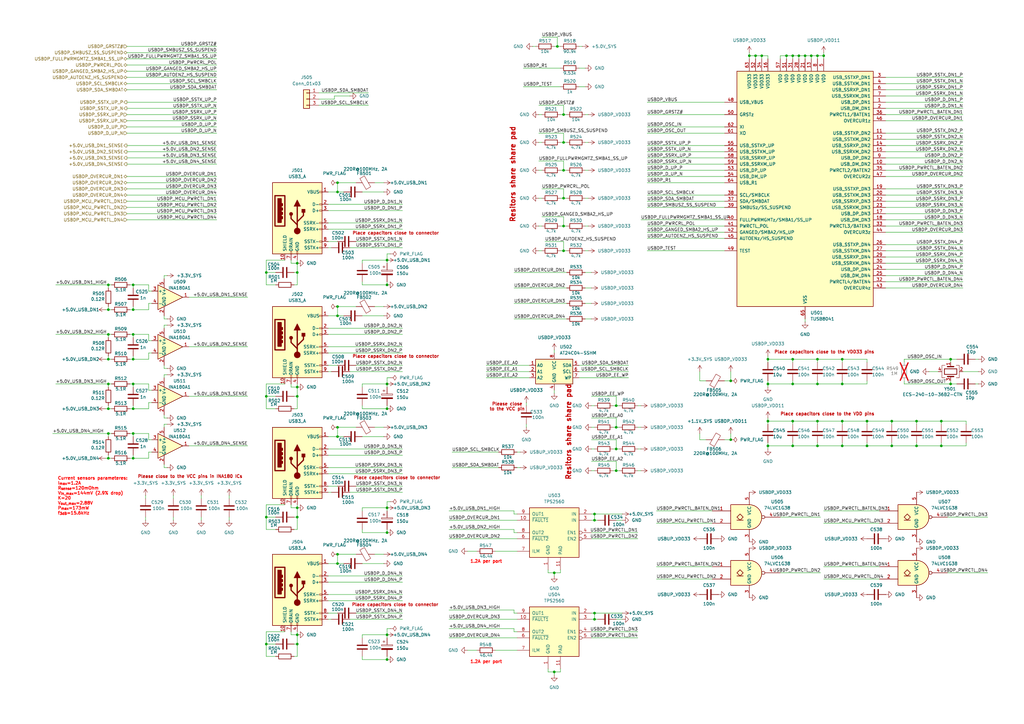
<source format=kicad_sch>
(kicad_sch (version 20231120) (generator "eeschema") (generator_version "8.0")
  (paper "A3")
  (title_block (title "USB Downstream") (date "2024-11-20") (rev "1.00") (company "elezbyl"))
  (junction (at 158.75 208.28))
  (junction (at 327.66 22.86))
  (junction (at 332.74 22.86))
  (junction (at 138.43 78.74))
  (junction (at 314.96 172.72))
  (junction (at 345.44 157.48))
  (junction (at 227.33 234.95))
  (junction (at 345.44 172.72))
  (junction (at 138.43 175.26))
  (junction (at 54.61 127))
  (junction (at 109.22 212.09))
  (junction (at 375.92 182.88))
  (junction (at 44.45 187.96))
  (junction (at 252.73 193.04))
  (junction (at 121.92 212.09))
  (junction (at 121.92 111.76))
  (junction (at 299.72 156.21))
  (junction (at 309.88 22.86))
  (junction (at 138.43 125.73))
  (junction (at 365.76 182.88))
  (junction (at 54.61 137.16))
  (junction (at 228.6 19.05))
  (junction (at 44.45 127))
  (junction (at 121.92 162.56))
  (junction (at 158.75 157.48))
  (junction (at 389.89 147.32))
  (junction (at 121.92 264.16))
  (junction (at 345.44 147.32))
  (junction (at 121.92 158.75))
  (junction (at 44.45 137.16))
  (junction (at 325.12 157.48))
  (junction (at 121.92 208.28))
  (junction (at 335.28 172.72))
  (junction (at 138.43 129.54))
  (junction (at 231.14 92.71))
  (junction (at 109.22 264.16))
  (junction (at 121.92 107.95))
  (junction (at 44.45 116.84))
  (junction (at 330.2 22.86))
  (junction (at 138.43 231.14))
  (junction (at 54.61 157.48))
  (junction (at 314.96 182.88))
  (junction (at 335.28 182.88))
  (junction (at 138.43 179.07))
  (junction (at 314.96 157.48))
  (junction (at 335.28 22.86))
  (junction (at 314.96 147.32))
  (junction (at 231.14 102.87))
  (junction (at 375.92 172.72))
  (junction (at 44.45 177.8))
  (junction (at 227.33 275.59))
  (junction (at 335.28 147.32))
  (junction (at 231.14 69.85))
  (junction (at 231.14 81.28))
  (junction (at 54.61 116.84))
  (junction (at 355.6 172.72))
  (junction (at 138.43 74.93))
  (junction (at 389.89 157.48))
  (junction (at 252.73 166.37))
  (junction (at 345.44 182.88))
  (junction (at 386.08 182.88))
  (junction (at 243.84 213.36))
  (junction (at 158.75 260.35))
  (junction (at 109.22 162.56))
  (junction (at 158.75 270.51))
  (junction (at 44.45 157.48))
  (junction (at 109.22 111.76))
  (junction (at 158.75 116.84))
  (junction (at 243.84 251.46))
  (junction (at 54.61 147.32))
  (junction (at 138.43 227.33))
  (junction (at 355.6 182.88))
  (junction (at 307.34 22.86))
  (junction (at 322.58 22.86))
  (junction (at 299.72 180.34))
  (junction (at 121.92 260.35))
  (junction (at 325.12 147.32))
  (junction (at 158.75 167.64))
  (junction (at 335.28 157.48))
  (junction (at 312.42 22.86))
  (junction (at 44.45 167.64))
  (junction (at 243.84 210.82))
  (junction (at 386.08 172.72))
  (junction (at 231.14 46.99))
  (junction (at 54.61 187.96))
  (junction (at 252.73 175.26))
  (junction (at 325.12 22.86))
  (junction (at 158.75 106.68))
  (junction (at 325.12 182.88))
  (junction (at 243.84 254))
  (junction (at 231.14 58.42))
  (junction (at 44.45 147.32))
  (junction (at 54.61 177.8))
  (junction (at 54.61 167.64))
  (junction (at 325.12 172.72))
  (junction (at 158.75 218.44))
  (junction (at 337.82 22.86))
  (junction (at 252.73 184.15))
  (junction (at 365.76 172.72))
  (wire (pts (xy 138.43 179.07) (xy 140.97 179.07)))
  (wire (pts (xy 265.43 92.71) (xy 297.18 92.71)))
  (wire (pts (xy 67.31 151.13) (xy 68.58 151.13)))
  (wire (pts (xy 240.03 58.42) (xy 241.3 58.42)))
  (wire (pts (xy 220.98 69.85) (xy 222.25 69.85)))
  (wire (pts (xy 325.12 147.32) (xy 314.96 147.32)))
  (wire (pts (xy 60.96 119.38) (xy 60.96 116.84)))
  (wire (pts (xy 62.23 144.78) (xy 60.96 144.78)))
  (wire (pts (xy 158.75 260.35) (xy 158.75 261.62)))
  (wire (pts (xy 134.62 243.84) (xy 165.1 243.84)))
  (wire (pts (xy 67.31 133.35) (xy 68.58 133.35)))
  (wire (pts (xy 67.31 153.67) (xy 67.31 154.94)))
  (wire (pts (xy 153.67 175.26) (xy 157.48 175.26)))
  (wire (pts (xy 44.45 166.37) (xy 44.45 167.64)))
  (wire (pts (xy 224.79 233.68) (xy 224.79 234.95)))
  (wire (pts (xy 242.57 180.34) (xy 252.73 180.34)))
  (wire (pts (xy 265.43 52.07) (xy 297.18 52.07)))
  (wire (pts (xy 82.55 212.09) (xy 82.55 213.36)))
  (wire (pts (xy 109.22 111.76) (xy 113.03 111.76)))
  (wire (pts (xy 62.23 139.7) (xy 60.96 139.7)))
  (wire (pts (xy 109.22 157.48) (xy 109.22 162.56)))
  (wire (pts (xy 52.07 67.31) (xy 88.9 67.31)))
  (wire (pts (xy 148.59 158.75) (xy 148.59 157.48)))
  (wire (pts (xy 109.22 259.08) (xy 109.22 264.16)))
  (wire (pts (xy 109.22 162.56) (xy 113.03 162.56)))
  (wire (pts (xy 210.82 111.76) (xy 232.41 111.76)))
  (wire (pts (xy 60.96 165.1) (xy 60.96 167.64)))
  (wire (pts (xy 325.12 182.88) (xy 335.28 182.88)))
  (wire (pts (xy 52.07 31.75) (xy 88.9 31.75)))
  (wire (pts (xy 203.2 266.7) (xy 212.09 266.7)))
  (wire (pts (xy 394.97 107.95) (xy 363.22 107.95)))
  (wire (pts (xy 134.62 129.54) (xy 138.43 129.54)))
  (wire (pts (xy 116.84 106.68) (xy 109.22 106.68)))
  (wire (pts (xy 119.38 106.68) (xy 119.38 107.95)))
  (wire (pts (xy 53.34 167.64) (xy 54.61 167.64)))
  (wire (pts (xy 355.6 172.72) (xy 355.6 173.99)))
  (wire (pts (xy 148.59 115.57) (xy 148.59 116.84)))
  (wire (pts (xy 394.97 67.31) (xy 363.22 67.31)))
  (wire (pts (xy 345.44 182.88) (xy 335.28 182.88)))
  (wire (pts (xy 394.97 90.17) (xy 363.22 90.17)))
  (wire (pts (xy 355.6 147.32) (xy 355.6 148.59)))
  (wire (pts (xy 67.31 113.03) (xy 67.31 114.3)))
  (wire (pts (xy 312.42 22.86) (xy 314.96 22.86)))
  (wire (pts (xy 370.84 157.48) (xy 389.89 157.48)))
  (wire (pts (xy 240.03 118.11) (xy 242.57 118.11)))
  (wire (pts (xy 134.62 83.82) (xy 165.1 83.82)))
  (wire (pts (xy 138.43 129.54) (xy 140.97 129.54)))
  (wire (pts (xy 231.14 54.61) (xy 231.14 58.42)))
  (wire (pts (xy 134.62 152.4) (xy 135.89 152.4)))
  (wire (pts (xy 394.97 80.01) (xy 363.22 80.01)))
  (wire (pts (xy 67.31 191.77) (xy 68.58 191.77)))
  (wire (pts (xy 153.67 74.93) (xy 157.48 74.93)))
  (wire (pts (xy 54.61 137.16) (xy 54.61 138.43)))
  (wire (pts (xy 120.65 212.09) (xy 121.92 212.09)))
  (wire (pts (xy 143.51 254) (xy 165.1 254)))
  (wire (pts (xy 184.15 254) (xy 212.09 254)))
  (wire (pts (xy 386.08 181.61) (xy 386.08 182.88)))
  (wire (pts (xy 67.31 130.81) (xy 68.58 130.81)))
  (wire (pts (xy 146.05 149.86) (xy 165.1 149.86)))
  (wire (pts (xy 337.82 232.41) (xy 360.68 232.41)))
  (wire (pts (xy 146.05 99.06) (xy 165.1 99.06)))
  (wire (pts (xy 52.07 36.83) (xy 88.9 36.83)))
  (wire (pts (xy 242.57 218.44) (xy 261.62 218.44)))
  (wire (pts (xy 121.92 107.95) (xy 121.92 111.76)))
  (wire (pts (xy 252.73 213.36) (xy 255.27 213.36)))
  (wire (pts (xy 134.62 144.78) (xy 165.1 144.78)))
  (wire (pts (xy 143.51 101.6) (xy 165.1 101.6)))
  (wire (pts (xy 251.46 184.15) (xy 252.73 184.15)))
  (wire (pts (xy 355.6 156.21) (xy 355.6 157.48)))
  (wire (pts (xy 134.62 99.06) (xy 138.43 99.06)))
  (wire (pts (xy 242.57 261.62) (xy 261.62 261.62)))
  (wire (pts (xy 227.33 275.59) (xy 227.33 276.86)))
  (wire (pts (xy 210.82 130.81) (xy 232.41 130.81)))
  (wire (pts (xy 215.9 165.1) (xy 215.9 166.37)))
  (wire (pts (xy 363.22 118.11) (xy 394.97 118.11)))
  (wire (pts (xy 345.44 156.21) (xy 345.44 157.48)))
  (wire (pts (xy 134.62 78.74) (xy 138.43 78.74)))
  (wire (pts (xy 227.33 234.95) (xy 229.87 234.95)))
  (wire (pts (xy 220.98 58.42) (xy 222.25 58.42)))
  (wire (pts (xy 116.84 259.08) (xy 109.22 259.08)))
  (wire (pts (xy 153.67 125.73) (xy 157.48 125.73)))
  (wire (pts (xy 394.97 59.69) (xy 363.22 59.69)))
  (wire (pts (xy 153.67 227.33) (xy 157.48 227.33)))
  (wire (pts (xy 265.43 54.61) (xy 297.18 54.61)))
  (wire (pts (xy 138.43 231.14) (xy 140.97 231.14)))
  (wire (pts (xy 325.12 181.61) (xy 325.12 182.88)))
  (wire (pts (xy 252.73 175.26) (xy 254 175.26)))
  (wire (pts (xy 45.72 116.84) (xy 44.45 116.84)))
  (wire (pts (xy 240.03 92.71) (xy 241.3 92.71)))
  (wire (pts (xy 120.65 167.64) (xy 121.92 167.64)))
  (wire (pts (xy 121.92 106.68) (xy 121.92 107.95)))
  (wire (pts (xy 314.96 147.32) (xy 314.96 148.59)))
  (wire (pts (xy 309.88 22.86) (xy 312.42 22.86)))
  (wire (pts (xy 229.87 46.99) (xy 231.14 46.99)))
  (wire (pts (xy 134.62 142.24) (xy 165.1 142.24)))
  (wire (pts (xy 337.82 22.86) (xy 337.82 21.59)))
  (wire (pts (xy 396.24 172.72) (xy 396.24 173.99)))
  (wire (pts (xy 396.24 181.61) (xy 396.24 182.88)))
  (wire (pts (xy 52.07 41.91) (xy 88.9 41.91)))
  (wire (pts (xy 109.22 212.09) (xy 113.03 212.09)))
  (wire (pts (xy 287.02 152.4) (xy 287.02 156.21)))
  (wire (pts (xy 138.43 227.33) (xy 138.43 231.14)))
  (wire (pts (xy 53.34 177.8) (xy 54.61 177.8)))
  (wire (pts (xy 363.22 92.71) (xy 394.97 92.71)))
  (wire (pts (xy 365.76 181.61) (xy 365.76 182.88)))
  (wire (pts (xy 314.96 22.86) (xy 314.96 24.13)))
  (wire (pts (xy 62.23 180.34) (xy 60.96 180.34)))
  (wire (pts (xy 148.59 269.24) (xy 148.59 270.51)))
  (wire (pts (xy 394.97 36.83) (xy 363.22 36.83)))
  (wire (pts (xy 199.39 152.4) (xy 217.17 152.4)))
  (wire (pts (xy 44.45 167.64) (xy 45.72 167.64)))
  (wire (pts (xy 265.43 69.85) (xy 297.18 69.85)))
  (wire (pts (xy 52.07 52.07) (xy 88.9 52.07)))
  (wire (pts (xy 134.62 184.15) (xy 165.1 184.15)))
  (wire (pts (xy 265.43 85.09) (xy 297.18 85.09)))
  (wire (pts (xy 325.12 157.48) (xy 335.28 157.48)))
  (wire (pts (xy 265.43 102.87) (xy 297.18 102.87)))
  (wire (pts (xy 148.59 107.95) (xy 148.59 106.68)))
  (wire (pts (xy 363.22 49.53) (xy 394.97 49.53)))
  (wire (pts (xy 60.96 185.42) (xy 60.96 187.96)))
  (wire (pts (xy 265.43 97.79) (xy 297.18 97.79)))
  (wire (pts (xy 52.07 64.77) (xy 88.9 64.77)))
  (wire (pts (xy 327.66 22.86) (xy 325.12 22.86)))
  (wire (pts (xy 134.62 238.76) (xy 165.1 238.76)))
  (wire (pts (xy 67.31 153.67) (xy 68.58 153.67)))
  (wire (pts (xy 252.73 180.34) (xy 252.73 184.15)))
  (wire (pts (xy 60.96 137.16) (xy 54.61 137.16)))
  (wire (pts (xy 243.84 213.36) (xy 243.84 210.82)))
  (wire (pts (xy 243.84 210.82) (xy 255.27 210.82)))
  (wire (pts (xy 148.59 231.14) (xy 157.48 231.14)))
  (wire (pts (xy 52.07 46.99) (xy 88.9 46.99)))
  (wire (pts (xy 394.97 31.75) (xy 363.22 31.75)))
  (wire (pts (xy 252.73 189.23) (xy 252.73 193.04)))
  (wire (pts (xy 52.07 21.59) (xy 88.9 21.59)))
  (wire (pts (xy 222.25 88.9) (xy 231.14 88.9)))
  (wire (pts (xy 134.62 254) (xy 135.89 254)))
  (wire (pts (xy 148.59 116.84) (xy 158.75 116.84)))
  (wire (pts (xy 222.25 15.24) (xy 228.6 15.24)))
  (wire (pts (xy 212.09 259.08) (xy 210.82 259.08)))
  (wire (pts (xy 120.65 116.84) (xy 121.92 116.84)))
  (wire (pts (xy 52.07 77.47) (xy 88.9 77.47)))
  (wire (pts (xy 345.44 182.88) (xy 355.6 182.88)))
  (wire (pts (xy 77.47 182.88) (xy 101.6 182.88)))
  (wire (pts (xy 137.16 39.37) (xy 137.16 40.64)))
  (wire (pts (xy 134.62 149.86) (xy 138.43 149.86)))
  (wire (pts (xy 242.57 171.45) (xy 252.73 171.45)))
  (wire (pts (xy 229.87 58.42) (xy 231.14 58.42)))
  (wire (pts (xy 119.38 207.01) (xy 119.38 208.28)))
  (wire (pts (xy 119.38 260.35) (xy 121.92 260.35)))
  (wire (pts (xy 265.43 95.25) (xy 297.18 95.25)))
  (wire (pts (xy 148.59 179.07) (xy 157.48 179.07)))
  (wire (pts (xy 314.96 172.72) (xy 325.12 172.72)))
  (wire (pts (xy 220.98 81.28) (xy 222.25 81.28)))
  (wire (pts (xy 138.43 74.93) (xy 138.43 78.74)))
  (wire (pts (xy 229.87 92.71) (xy 231.14 92.71)))
  (wire (pts (xy 143.51 201.93) (xy 165.1 201.93)))
  (wire (pts (xy 134.62 93.98) (xy 165.1 93.98)))
  (wire (pts (xy 223.52 99.06) (xy 231.14 99.06)))
  (wire (pts (xy 134.62 191.77) (xy 165.1 191.77)))
  (wire (pts (xy 121.92 207.01) (xy 121.92 208.28)))
  (wire (pts (xy 335.28 157.48) (xy 345.44 157.48)))
  (wire (pts (xy 242.57 162.56) (xy 252.73 162.56)))
  (wire (pts (xy 365.76 172.72) (xy 365.76 173.99)))
  (wire (pts (xy 243.84 254) (xy 243.84 251.46)))
  (wire (pts (xy 60.96 124.46) (xy 60.96 127)))
  (wire (pts (xy 365.76 182.88) (xy 375.92 182.88)))
  (wire (pts (xy 394.97 57.15) (xy 363.22 57.15)))
  (wire (pts (xy 54.61 157.48) (xy 54.61 158.75)))
  (wire (pts (xy 134.62 101.6) (xy 135.89 101.6)))
  (wire (pts (xy 335.28 22.86) (xy 332.74 22.86)))
  (wire (pts (xy 345.44 181.61) (xy 345.44 182.88)))
  (wire (pts (xy 231.14 69.85) (xy 232.41 69.85)))
  (wire (pts (xy 297.18 156.21) (xy 299.72 156.21)))
  (wire (pts (xy 240.03 69.85) (xy 241.3 69.85)))
  (wire (pts (xy 119.38 158.75) (xy 121.92 158.75)))
  (wire (pts (xy 210.82 118.11) (xy 232.41 118.11)))
  (wire (pts (xy 119.38 208.28) (xy 121.92 208.28)))
  (wire (pts (xy 335.28 148.59) (xy 335.28 147.32)))
  (wire (pts (xy 386.08 172.72) (xy 396.24 172.72)))
  (wire (pts (xy 138.43 78.74) (xy 140.97 78.74)))
  (wire (pts (xy 386.08 172.72) (xy 386.08 173.99)))
  (wire (pts (xy 67.31 170.18) (xy 67.31 171.45)))
  (wire (pts (xy 121.92 162.56) (xy 121.92 167.64)))
  (wire (pts (xy 389.89 157.48) (xy 389.89 156.21)))
  (wire (pts (xy 116.84 207.01) (xy 109.22 207.01)))
  (wire (pts (xy 265.43 59.69) (xy 297.18 59.69)))
  (wire (pts (xy 229.87 275.59) (xy 229.87 274.32)))
  (wire (pts (xy 212.09 218.44) (xy 210.82 218.44)))
  (wire (pts (xy 335.28 156.21) (xy 335.28 157.48)))
  (wire (pts (xy 228.6 19.05) (xy 229.87 19.05)))
  (wire (pts (xy 265.43 82.55) (xy 297.18 82.55)))
  (wire (pts (xy 60.96 116.84) (xy 54.61 116.84)))
  (wire (pts (xy 325.12 147.32) (xy 335.28 147.32)))
  (wire (pts (xy 158.75 104.14) (xy 158.75 106.68)))
  (wire (pts (xy 297.18 180.34) (xy 299.72 180.34)))
  (wire (pts (xy 287.02 180.34) (xy 289.56 180.34)))
  (wire (pts (xy 220.98 102.87) (xy 222.25 102.87)))
  (wire (pts (xy 60.96 160.02) (xy 60.96 157.48)))
  (wire (pts (xy 121.92 260.35) (xy 121.92 264.16)))
  (wire (pts (xy 109.22 167.64) (xy 113.03 167.64)))
  (wire (pts (xy 237.49 154.94) (xy 257.81 154.94)))
  (wire (pts (xy 54.61 147.32) (xy 54.61 146.05)))
  (wire (pts (xy 184.15 261.62) (xy 212.09 261.62)))
  (wire (pts (xy 134.62 199.39) (xy 138.43 199.39)))
  (wire (pts (xy 43.18 147.32) (xy 44.45 147.32)))
  (wire (pts (xy 243.84 251.46) (xy 255.27 251.46)))
  (wire (pts (xy 120.65 162.56) (xy 121.92 162.56)))
  (wire (pts (xy 325.12 147.32) (xy 325.12 148.59)))
  (wire (pts (xy 394.97 54.61) (xy 363.22 54.61)))
  (wire (pts (xy 262.89 90.17) (xy 297.18 90.17)))
  (wire (pts (xy 307.34 21.59) (xy 307.34 22.86)))
  (wire (pts (xy 158.75 154.94) (xy 158.75 157.48)))
  (wire (pts (xy 53.34 137.16) (xy 54.61 137.16)))
  (wire (pts (xy 60.96 167.64) (xy 54.61 167.64)))
  (wire (pts (xy 60.96 177.8) (xy 54.61 177.8)))
  (wire (pts (xy 242.57 220.98) (xy 261.62 220.98)))
  (wire (pts (xy 44.45 186.69) (xy 44.45 187.96)))
  (wire (pts (xy 231.14 92.71) (xy 232.41 92.71)))
  (wire (pts (xy 307.34 22.86) (xy 309.88 22.86)))
  (wire (pts (xy 252.73 166.37) (xy 254 166.37)))
  (wire (pts (xy 242.57 193.04) (xy 243.84 193.04)))
  (wire (pts (xy 120.65 269.24) (xy 121.92 269.24)))
  (wire (pts (xy 160.02 257.81) (xy 158.75 257.81)))
  (wire (pts (xy 134.62 186.69) (xy 165.1 186.69)))
  (wire (pts (xy 210.82 210.82) (xy 210.82 209.55)))
  (wire (pts (xy 54.61 127) (xy 54.61 125.73)))
  (wire (pts (xy 158.75 157.48) (xy 158.75 158.75)))
  (wire (pts (xy 138.43 227.33) (xy 146.05 227.33)))
  (wire (pts (xy 337.82 209.55) (xy 360.68 209.55)))
  (wire (pts (xy 185.42 191.77) (xy 204.47 191.77)))
  (wire (pts (xy 121.92 111.76) (xy 121.92 116.84)))
  (wire (pts (xy 229.87 81.28) (xy 231.14 81.28)))
  (wire (pts (xy 251.46 193.04) (xy 252.73 193.04)))
  (wire (pts (xy 59.69 212.09) (xy 59.69 213.36)))
  (wire (pts (xy 237.49 19.05) (xy 238.76 19.05)))
  (wire (pts (xy 307.34 22.86) (xy 307.34 24.13)))
  (wire (pts (xy 242.57 251.46) (xy 243.84 251.46)))
  (wire (pts (xy 251.46 166.37) (xy 252.73 166.37)))
  (wire (pts (xy 394.97 105.41) (xy 363.22 105.41)))
  (wire (pts (xy 62.23 185.42) (xy 60.96 185.42)))
  (wire (pts (xy 158.75 115.57) (xy 158.75 116.84)))
  (wire (pts (xy 134.62 91.44) (xy 165.1 91.44)))
  (wire (pts (xy 184.15 213.36) (xy 212.09 213.36)))
  (wire (pts (xy 394.97 77.47) (xy 363.22 77.47)))
  (wire (pts (xy 261.62 175.26) (xy 262.89 175.26)))
  (wire (pts (xy 212.09 191.77) (xy 213.36 191.77)))
  (wire (pts (xy 265.43 64.77) (xy 297.18 64.77)))
  (wire (pts (xy 231.14 77.47) (xy 231.14 81.28)))
  (wire (pts (xy 44.45 187.96) (xy 45.72 187.96)))
  (wire (pts (xy 325.12 172.72) (xy 335.28 172.72)))
  (wire (pts (xy 121.92 259.08) (xy 121.92 260.35)))
  (wire (pts (xy 119.38 157.48) (xy 119.38 158.75)))
  (wire (pts (xy 54.61 177.8) (xy 54.61 179.07)))
  (wire (pts (xy 309.88 22.86) (xy 309.88 24.13)))
  (wire (pts (xy 394.97 102.87) (xy 363.22 102.87)))
  (wire (pts (xy 52.07 62.23) (xy 88.9 62.23)))
  (wire (pts (xy 345.44 172.72) (xy 335.28 172.72)))
  (wire (pts (xy 43.18 187.96) (xy 44.45 187.96)))
  (wire (pts (xy 261.62 166.37) (xy 262.89 166.37)))
  (wire (pts (xy 52.07 90.17) (xy 88.9 90.17)))
  (wire (pts (xy 400.05 157.48) (xy 401.32 157.48)))
  (wire (pts (xy 212.09 185.42) (xy 213.36 185.42)))
  (wire (pts (xy 67.31 173.99) (xy 67.31 175.26)))
  (wire (pts (xy 231.14 43.18) (xy 231.14 46.99)))
  (wire (pts (xy 67.31 129.54) (xy 67.31 130.81)))
  (wire (pts (xy 394.97 64.77) (xy 363.22 64.77)))
  (wire (pts (xy 320.04 22.86) (xy 320.04 24.13)))
  (wire (pts (xy 43.18 127) (xy 44.45 127)))
  (wire (pts (xy 120.65 111.76) (xy 121.92 111.76)))
  (wire (pts (xy 148.59 129.54) (xy 157.48 129.54)))
  (wire (pts (xy 327.66 22.86) (xy 327.66 24.13)))
  (wire (pts (xy 314.96 172.72) (xy 314.96 173.99)))
  (wire (pts (xy 269.24 237.49) (xy 292.1 237.49)))
  (wire (pts (xy 54.61 116.84) (xy 54.61 118.11)))
  (wire (pts (xy 146.05 199.39) (xy 165.1 199.39)))
  (wire (pts (xy 54.61 167.64) (xy 54.61 166.37)))
  (wire (pts (xy 269.24 214.63) (xy 292.1 214.63)))
  (wire (pts (xy 394.97 39.37) (xy 363.22 39.37)))
  (wire (pts (xy 134.62 246.38) (xy 165.1 246.38)))
  (wire (pts (xy 269.24 232.41) (xy 292.1 232.41)))
  (wire (pts (xy 381 152.4) (xy 384.81 152.4)))
  (wire (pts (xy 345.44 172.72) (xy 355.6 172.72)))
  (wire (pts (xy 134.62 137.16) (xy 165.1 137.16)))
  (wire (pts (xy 335.28 22.86) (xy 335.28 24.13)))
  (wire (pts (xy 184.15 220.98) (xy 212.09 220.98)))
  (wire (pts (xy 130.81 43.18) (xy 151.13 43.18)))
  (wire (pts (xy 345.44 173.99) (xy 345.44 172.72)))
  (wire (pts (xy 119.38 107.95) (xy 121.92 107.95)))
  (wire (pts (xy 335.28 181.61) (xy 335.28 182.88)))
  (wire (pts (xy 332.74 22.86) (xy 330.2 22.86)))
  (wire (pts (xy 109.22 217.17) (xy 113.03 217.17)))
  (wire (pts (xy 62.23 160.02) (xy 60.96 160.02)))
  (wire (pts (xy 375.92 172.72) (xy 375.92 173.99)))
  (wire (pts (xy 314.96 156.21) (xy 314.96 157.48)))
  (wire (pts (xy 134.62 201.93) (xy 135.89 201.93)))
  (wire (pts (xy 227.33 160.02) (xy 227.33 161.29)))
  (wire (pts (xy 231.14 46.99) (xy 232.41 46.99)))
  (wire (pts (xy 325.12 22.86) (xy 322.58 22.86)))
  (wire (pts (xy 394.97 87.63) (xy 363.22 87.63)))
  (wire (pts (xy 299.72 156.21) (xy 299.72 152.4)))
  (wire (pts (xy 77.47 121.92) (xy 101.6 121.92)))
  (wire (pts (xy 240.03 81.28) (xy 241.3 81.28)))
  (wire (pts (xy 52.07 85.09) (xy 88.9 85.09)))
  (wire (pts (xy 60.96 139.7) (xy 60.96 137.16)))
  (wire (pts (xy 53.34 127) (xy 54.61 127)))
  (wire (pts (xy 203.2 226.06) (xy 212.09 226.06)))
  (wire (pts (xy 314.96 181.61) (xy 314.96 182.88)))
  (wire (pts (xy 355.6 157.48) (xy 345.44 157.48)))
  (wire (pts (xy 158.75 257.81) (xy 158.75 260.35)))
  (wire (pts (xy 77.47 142.24) (xy 101.6 142.24)))
  (wire (pts (xy 400.05 147.32) (xy 401.32 147.32)))
  (wire (pts (xy 71.12 203.2) (xy 71.12 204.47)))
  (wire (pts (xy 109.22 264.16) (xy 113.03 264.16)))
  (wire (pts (xy 337.82 214.63) (xy 360.68 214.63)))
  (wire (pts (xy 185.42 185.42) (xy 204.47 185.42)))
  (wire (pts (xy 62.23 124.46) (xy 60.96 124.46)))
  (wire (pts (xy 60.96 127) (xy 54.61 127)))
  (wire (pts (xy 44.45 147.32) (xy 45.72 147.32)))
  (wire (pts (xy 214.63 27.94) (xy 229.87 27.94)))
  (wire (pts (xy 130.81 38.1) (xy 151.13 38.1)))
  (wire (pts (xy 60.96 157.48) (xy 54.61 157.48)))
  (wire (pts (xy 229.87 234.95) (xy 229.87 233.68)))
  (wire (pts (xy 375.92 181.61) (xy 375.92 182.88)))
  (wire (pts (xy 214.63 35.56) (xy 229.87 35.56)))
  (wire (pts (xy 44.45 137.16) (xy 44.45 138.43)))
  (wire (pts (xy 261.62 184.15) (xy 262.89 184.15)))
  (wire (pts (xy 314.96 184.15) (xy 314.96 182.88)))
  (wire (pts (xy 394.97 82.55) (xy 363.22 82.55)))
  (wire (pts (xy 269.24 209.55) (xy 292.1 209.55)))
  (wire (pts (xy 394.97 44.45) (xy 363.22 44.45)))
  (wire (pts (xy 22.86 137.16) (xy 44.45 137.16)))
  (wire (pts (xy 265.43 74.93) (xy 297.18 74.93)))
  (wire (pts (xy 320.04 234.95) (xy 336.55 234.95)))
  (wire (pts (xy 287.02 177.8) (xy 287.02 180.34)))
  (wire (pts (xy 355.6 181.61) (xy 355.6 182.88)))
  (wire (pts (xy 52.07 87.63) (xy 88.9 87.63)))
  (wire (pts (xy 252.73 171.45) (xy 252.73 175.26)))
  (wire (pts (xy 148.59 260.35) (xy 158.75 260.35)))
  (wire (pts (xy 93.98 203.2) (xy 93.98 204.47)))
  (wire (pts (xy 53.34 157.48) (xy 54.61 157.48)))
  (wire (pts (xy 240.03 46.99) (xy 241.3 46.99)))
  (wire (pts (xy 148.59 166.37) (xy 148.59 167.64)))
  (wire (pts (xy 231.14 81.28) (xy 232.41 81.28)))
  (wire (pts (xy 60.96 187.96) (xy 54.61 187.96)))
  (wire (pts (xy 220.98 43.18) (xy 231.14 43.18)))
  (wire (pts (xy 45.72 177.8) (xy 44.45 177.8)))
  (wire (pts (xy 62.23 119.38) (xy 60.96 119.38)))
  (wire (pts (xy 245.11 213.36) (xy 243.84 213.36)))
  (wire (pts (xy 52.07 34.29) (xy 88.9 34.29)))
  (wire (pts (xy 109.22 106.68) (xy 109.22 111.76)))
  (wire (pts (xy 396.24 182.88) (xy 386.08 182.88)))
  (wire (pts (xy 52.07 44.45) (xy 88.9 44.45)))
  (wire (pts (xy 363.22 115.57) (xy 394.97 115.57)))
  (wire (pts (xy 109.22 116.84) (xy 113.03 116.84)))
  (wire (pts (xy 44.45 127) (xy 45.72 127)))
  (wire (pts (xy 237.49 35.56) (xy 240.03 35.56)))
  (wire (pts (xy 93.98 212.09) (xy 93.98 213.36)))
  (wire (pts (xy 134.62 194.31) (xy 165.1 194.31)))
  (wire (pts (xy 148.59 218.44) (xy 158.75 218.44)))
  (wire (pts (xy 53.34 147.32) (xy 54.61 147.32)))
  (wire (pts (xy 67.31 190.5) (xy 67.31 191.77)))
  (wire (pts (xy 210.82 259.08) (xy 210.82 257.81)))
  (wire (pts (xy 237.49 149.86) (xy 257.81 149.86)))
  (wire (pts (xy 265.43 67.31) (xy 297.18 67.31)))
  (wire (pts (xy 121.92 208.28) (xy 121.92 212.09)))
  (wire (pts (xy 335.28 147.32) (xy 345.44 147.32)))
  (wire (pts (xy 222.25 77.47) (xy 231.14 77.47)))
  (wire (pts (xy 394.97 62.23) (xy 363.22 62.23)))
  (wire (pts (xy 314.96 182.88) (xy 325.12 182.88)))
  (wire (pts (xy 394.97 152.4) (xy 401.32 152.4)))
  (wire (pts (xy 44.45 157.48) (xy 44.45 158.75)))
  (wire (pts (xy 143.51 39.37) (xy 137.16 39.37)))
  (wire (pts (xy 320.04 212.09) (xy 336.55 212.09)))
  (wire (pts (xy 191.77 226.06) (xy 195.58 226.06)))
  (wire (pts (xy 148.59 106.68) (xy 158.75 106.68)))
  (wire (pts (xy 121.92 212.09) (xy 121.92 217.17)))
  (wire (pts (xy 210.82 218.44) (xy 210.82 217.17)))
  (wire (pts (xy 109.22 111.76) (xy 109.22 116.84)))
  (wire (pts (xy 120.65 264.16) (xy 121.92 264.16)))
  (wire (pts (xy 252.73 193.04) (xy 254 193.04)))
  (wire (pts (xy 231.14 58.42) (xy 232.41 58.42)))
  (wire (pts (xy 389.89 147.32) (xy 389.89 148.59)))
  (wire (pts (xy 52.07 59.69) (xy 88.9 59.69)))
  (wire (pts (xy 184.15 257.81) (xy 210.82 257.81)))
  (wire (pts (xy 237.49 27.94) (xy 240.03 27.94)))
  (wire (pts (xy 322.58 22.86) (xy 322.58 24.13)))
  (wire (pts (xy 137.16 40.64) (xy 130.81 40.64)))
  (wire (pts (xy 218.44 19.05) (xy 219.71 19.05)))
  (wire (pts (xy 330.2 130.81) (xy 330.2 132.08)))
  (wire (pts (xy 388.62 212.09) (xy 405.13 212.09)))
  (wire (pts (xy 287.02 156.21) (xy 289.56 156.21)))
  (wire (pts (xy 60.96 147.32) (xy 54.61 147.32)))
  (wire (pts (xy 363.22 95.25) (xy 394.97 95.25)))
  (wire (pts (xy 148.59 78.74) (xy 157.48 78.74)))
  (wire (pts (xy 394.97 34.29) (xy 363.22 34.29)))
  (wire (pts (xy 265.43 41.91) (xy 297.18 41.91)))
  (wire (pts (xy 134.62 236.22) (xy 165.1 236.22)))
  (wire (pts (xy 335.28 173.99) (xy 335.28 172.72)))
  (wire (pts (xy 363.22 69.85) (xy 394.97 69.85)))
  (wire (pts (xy 227.33 275.59) (xy 229.87 275.59)))
  (wire (pts (xy 21.59 177.8) (xy 44.45 177.8)))
  (wire (pts (xy 146.05 251.46) (xy 165.1 251.46)))
  (wire (pts (xy 389.89 147.32) (xy 392.43 147.32)))
  (wire (pts (xy 370.84 156.21) (xy 370.84 157.48)))
  (wire (pts (xy 52.07 26.67) (xy 88.9 26.67)))
  (wire (pts (xy 109.22 269.24) (xy 113.03 269.24)))
  (wire (pts (xy 44.45 146.05) (xy 44.45 147.32)))
  (wire (pts (xy 265.43 62.23) (xy 297.18 62.23)))
  (wire (pts (xy 370.84 148.59) (xy 370.84 147.32)))
  (wire (pts (xy 325.12 156.21) (xy 325.12 157.48)))
  (wire (pts (xy 365.76 172.72) (xy 375.92 172.72)))
  (wire (pts (xy 54.61 187.96) (xy 54.61 186.69)))
  (wire (pts (xy 325.12 22.86) (xy 325.12 24.13)))
  (wire (pts (xy 322.58 22.86) (xy 320.04 22.86)))
  (wire (pts (xy 60.96 144.78) (xy 60.96 147.32)))
  (wire (pts (xy 53.34 187.96) (xy 54.61 187.96)))
  (wire (pts (xy 265.43 80.01) (xy 297.18 80.01)))
  (wire (pts (xy 325.12 172.72) (xy 325.12 173.99)))
  (wire (pts (xy 77.47 162.56) (xy 101.6 162.56)))
  (wire (pts (xy 143.51 152.4) (xy 165.1 152.4)))
  (wire (pts (xy 210.82 124.46) (xy 232.41 124.46)))
  (wire (pts (xy 227.33 234.95) (xy 227.33 236.22)))
  (wire (pts (xy 158.75 217.17) (xy 158.75 218.44)))
  (wire (pts (xy 138.43 175.26) (xy 146.05 175.26)))
  (wire (pts (xy 224.79 275.59) (xy 227.33 275.59)))
  (wire (pts (xy 160.02 104.14) (xy 158.75 104.14)))
  (wire (pts (xy 261.62 193.04) (xy 262.89 193.04)))
  (wire (pts (xy 121.92 158.75) (xy 121.92 162.56)))
  (wire (pts (xy 44.45 125.73) (xy 44.45 127)))
  (wire (pts (xy 71.12 212.09) (xy 71.12 213.36)))
  (wire (pts (xy 148.59 270.51) (xy 158.75 270.51)))
  (wire (pts (xy 363.22 46.99) (xy 394.97 46.99)))
  (wire (pts (xy 231.14 99.06) (xy 231.14 102.87)))
  (wire (pts (xy 59.69 203.2) (xy 59.69 204.47)))
  (wire (pts (xy 184.15 250.19) (xy 210.82 250.19)))
  (wire (pts (xy 212.09 210.82) (xy 210.82 210.82)))
  (wire (pts (xy 228.6 15.24) (xy 228.6 19.05)))
  (wire (pts (xy 191.77 266.7) (xy 195.58 266.7)))
  (wire (pts (xy 62.23 165.1) (xy 60.96 165.1)))
  (wire (pts (xy 184.15 209.55) (xy 210.82 209.55)))
  (wire (pts (xy 231.14 88.9) (xy 231.14 92.71)))
  (wire (pts (xy 121.92 264.16) (xy 121.92 269.24)))
  (wire (pts (xy 134.62 251.46) (xy 138.43 251.46)))
  (wire (pts (xy 148.59 217.17) (xy 148.59 218.44)))
  (wire (pts (xy 43.18 167.64) (xy 44.45 167.64)))
  (wire (pts (xy 265.43 72.39) (xy 297.18 72.39)))
  (wire (pts (xy 332.74 22.86) (xy 332.74 24.13)))
  (wire (pts (xy 158.75 166.37) (xy 158.75 167.64)))
  (wire (pts (xy 138.43 175.26) (xy 138.43 179.07)))
  (wire (pts (xy 229.87 102.87) (xy 231.14 102.87)))
  (wire (pts (xy 52.07 54.61) (xy 88.9 54.61)))
  (wire (pts (xy 337.82 22.86) (xy 337.82 24.13)))
  (wire (pts (xy 148.59 208.28) (xy 158.75 208.28)))
  (wire (pts (xy 44.45 177.8) (xy 44.45 179.07)))
  (wire (pts (xy 67.31 133.35) (xy 67.31 134.62)))
  (wire (pts (xy 22.86 116.84) (xy 44.45 116.84)))
  (wire (pts (xy 337.82 237.49) (xy 360.68 237.49)))
  (wire (pts (xy 231.14 102.87) (xy 232.41 102.87)))
  (wire (pts (xy 330.2 22.86) (xy 327.66 22.86)))
  (wire (pts (xy 245.11 254) (xy 243.84 254)))
  (wire (pts (xy 52.07 19.05) (xy 88.9 19.05)))
  (wire (pts (xy 199.39 149.86) (xy 217.17 149.86)))
  (wire (pts (xy 227.33 143.51) (xy 227.33 144.78)))
  (wire (pts (xy 242.57 210.82) (xy 243.84 210.82)))
  (wire (pts (xy 224.79 274.32) (xy 224.79 275.59)))
  (wire (pts (xy 134.62 231.14) (xy 138.43 231.14)))
  (wire (pts (xy 242.57 175.26) (xy 243.84 175.26)))
  (wire (pts (xy 242.57 184.15) (xy 243.84 184.15)))
  (wire (pts (xy 314.96 158.75) (xy 314.96 157.48)))
  (wire (pts (xy 370.84 147.32) (xy 389.89 147.32)))
  (wire (pts (xy 109.22 212.09) (xy 109.22 217.17)))
  (wire (pts (xy 138.43 125.73) (xy 138.43 129.54)))
  (wire (pts (xy 148.59 157.48) (xy 158.75 157.48)))
  (wire (pts (xy 242.57 254) (xy 243.84 254)))
  (wire (pts (xy 22.86 157.48) (xy 44.45 157.48)))
  (wire (pts (xy 252.73 184.15) (xy 254 184.15)))
  (wire (pts (xy 325.12 157.48) (xy 314.96 157.48)))
  (wire (pts (xy 109.22 162.56) (xy 109.22 167.64)))
  (wire (pts (xy 67.31 173.99) (xy 68.58 173.99)))
  (wire (pts (xy 52.07 82.55) (xy 88.9 82.55)))
  (wire (pts (xy 199.39 154.94) (xy 217.17 154.94)))
  (wire (pts (xy 265.43 46.99) (xy 297.18 46.99)))
  (wire (pts (xy 220.98 92.71) (xy 222.25 92.71)))
  (wire (pts (xy 210.82 251.46) (xy 210.82 250.19)))
  (wire (pts (xy 224.79 234.95) (xy 227.33 234.95)))
  (wire (pts (xy 53.34 116.84) (xy 54.61 116.84)))
  (wire (pts (xy 134.62 179.07) (xy 138.43 179.07)))
  (wire (pts (xy 220.98 54.61) (xy 231.14 54.61)))
  (wire (pts (xy 215.9 173.99) (xy 215.9 175.26)))
  (wire (pts (xy 237.49 152.4) (xy 257.81 152.4)))
  (wire (pts (xy 252.73 162.56) (xy 252.73 166.37)))
  (wire (pts (xy 251.46 175.26) (xy 252.73 175.26)))
  (wire (pts (xy 148.59 261.62) (xy 148.59 260.35)))
  (wire (pts (xy 134.62 134.62) (xy 165.1 134.62)))
  (wire (pts (xy 52.07 74.93) (xy 88.9 74.93)))
  (wire (pts (xy 314.96 171.45) (xy 314.96 172.72)))
  (wire (pts (xy 45.72 157.48) (xy 44.45 157.48)))
  (wire (pts (xy 158.75 205.74) (xy 158.75 208.28)))
  (wire (pts (xy 44.45 116.84) (xy 44.45 118.11)))
  (wire (pts (xy 231.14 66.04) (xy 231.14 69.85)))
  (wire (pts (xy 138.43 74.93) (xy 146.05 74.93)))
  (wire (pts (xy 52.07 24.13) (xy 88.9 24.13)))
  (wire (pts (xy 240.03 130.81) (xy 242.57 130.81)))
  (wire (pts (xy 240.03 111.76) (xy 242.57 111.76)))
  (wire (pts (xy 121.92 157.48) (xy 121.92 158.75)))
  (wire (pts (xy 229.87 69.85) (xy 231.14 69.85)))
  (wire (pts (xy 138.43 125.73) (xy 146.05 125.73)))
  (wire (pts (xy 355.6 172.72) (xy 365.76 172.72)))
  (wire (pts (xy 242.57 259.08) (xy 261.62 259.08)))
  (wire (pts (xy 109.22 264.16) (xy 109.22 269.24)))
  (wire (pts (xy 52.07 72.39) (xy 88.9 72.39)))
  (wire (pts (xy 184.15 217.17) (xy 210.82 217.17)))
  (wire (pts (xy 355.6 182.88) (xy 365.76 182.88)))
  (wire (pts (xy 242.57 166.37) (xy 243.84 166.37)))
  (wire (pts (xy 394.97 110.49) (xy 363.22 110.49)))
  (wire (pts (xy 60.96 180.34) (xy 60.96 177.8)))
  (wire (pts (xy 394.97 41.91) (xy 363.22 41.91)))
  (wire (pts (xy 242.57 213.36) (xy 243.84 213.36)))
  (wire (pts (xy 314.96 146.05) (xy 314.96 147.32)))
  (wire (pts (xy 67.31 149.86) (xy 67.31 151.13)))
  (wire (pts (xy 220.98 46.99) (xy 222.25 46.99)))
  (wire (pts (xy 240.03 124.46) (xy 242.57 124.46)))
  (wire (pts (xy 299.72 177.8) (xy 299.72 180.34)))
  (wire (pts (xy 394.97 85.09) (xy 363.22 85.09)))
  (wire (pts (xy 394.97 113.03) (xy 363.22 113.03)))
  (wire (pts (xy 212.09 251.46) (xy 210.82 251.46)))
  (wire (pts (xy 134.62 86.36) (xy 165.1 86.36)))
  (wire (pts (xy 160.02 205.74) (xy 158.75 205.74)))
  (wire (pts (xy 330.2 22.86) (xy 330.2 24.13)))
  (wire (pts (xy 389.89 157.48) (xy 392.43 157.48)))
  (wire (pts (xy 158.75 269.24) (xy 158.75 270.51)))
  (wire (pts (xy 337.82 22.86) (xy 335.28 22.86)))
  (wire (pts (xy 252.73 254) (xy 255.27 254)))
  (wire (pts (xy 375.92 182.88) (xy 386.08 182.88)))
  (wire (pts (xy 220.98 66.04) (xy 231.14 66.04)))
  (wire (pts (xy 148.59 209.55) (xy 148.59 208.28)))
  (wire (pts (xy 375.92 172.72) (xy 386.08 172.72)))
  (wire (pts (xy 120.65 217.17) (xy 121.92 217.17)))
  (wire (pts (xy 45.72 137.16) (xy 44.45 137.16)))
  (wire (pts (xy 345.44 148.59) (xy 345.44 147.32)))
  (wire (pts (xy 388.62 234.95) (xy 405.13 234.95)))
  (wire (pts (xy 68.58 113.03) (xy 67.31 113.03)))
  (wire (pts (xy 345.44 147.32) (xy 355.6 147.32)))
  (wire (pts (xy 82.55 203.2) (xy 82.55 204.47)))
  (wire (pts (xy 148.59 167.64) (xy 158.75 167.64)))
  (wire (pts (xy 158.75 208.28) (xy 158.75 209.55)))
  (wire (pts (xy 67.31 171.45) (xy 68.58 171.45)))
  (wire (pts (xy 242.57 189.23) (xy 252.73 189.23)))
  (wire (pts (xy 52.07 80.01) (xy 88.9 80.01)))
  (wire (pts (xy 109.22 207.01) (xy 109.22 212.09)))
  (wire (pts (xy 227.33 19.05) (xy 228.6 19.05)))
  (wire (pts (xy 158.75 106.68) (xy 158.75 107.95)))
  (wire (pts (xy 312.42 22.86) (xy 312.42 24.13)))
  (wire (pts (xy 363.22 72.39) (xy 394.97 72.39)))
  (wire (pts (xy 52.07 49.53) (xy 88.9 49.53)))
  (wire (pts (xy 160.02 154.94) (xy 158.75 154.94)))
  (wire (pts (xy 119.38 259.08) (xy 119.38 260.35)))
  (wire (pts (xy 240.03 102.87) (xy 241.3 102.87)))
  (wire (pts (xy 394.97 100.33) (xy 363.22 100.33)))
  (wire (pts (xy 52.07 29.21) (xy 88.9 29.21)))
  (wire (pts (xy 116.84 157.48) (xy 109.22 157.48)))
  (text "Resitors share share pad" (at 233.172 177.292 90) (effects (font (size 2.032 2.032) (thickness 0.4064) (bold yes))))
  (text "Place capacitors close to connector" (at 162.052 248.158 0) (effects (font (size 1.27 1.27) (thickness 0.254) (bold yes))))
  (text "Place capacitors close to the VDD pins" (at 339.344 169.926 0) (effects (font (size 1.27 1.27) (thickness 0.254) (bold yes))))
  (text "Place capacitors close to connector" (at 162.814 196.088 0) (effects (font (size 1.27 1.27) (thickness 0.254) (bold yes))))
  (text "Resitors share share pad" (at 210.312 71.628 90) (effects (font (size 2.032 2.032) (thickness 0.4064) (bold yes))))
  (text "1.2A per port" (at 199.39 271.526 0) (effects (font (size 1.27 1.27) (thickness 0.254) (bold yes))))
  (text "Please close\nto the VCC pin" (at 208.026 166.878 0) (effects (font (size 1.27 1.27) (thickness 0.254) (bold yes))))
  (text "1.2A per port" (at 199.39 230.378 0) (effects (font (size 1.27 1.27) (thickness 0.254) (bold yes))))
  (text "Place capacitors close to connector" (at 162.306 95.758 0) (effects (font (size 1.27 1.27) (thickness 0.254) (bold yes))))
  (text "Place capacitors close to connector" (at 162.306 146.304 0) (effects (font (size 1.27 1.27) (thickness 0.254) (bold yes))))
  (text "Place capacitors close to the VDD33 pins" (at 338.074 144.526 0) (effects (font (size 1.27 1.27) (thickness 0.254) (bold yes))))
  (text "Current sensors parameteres:\nI_{max}=1.2A\nR_{sense}=120mOhm\nV_{in_max}=144mV (2.9% drop)\nK=20\nV_{out_max}=2.88V\nP_{max}=173mW\nf_{3dB}=15.6kHz" (at 23.622 203.454 0) (effects (font (size 1.27 1.27) (thickness 0.254) (bold yes)) (justify left)))
  (text "Please close to the VCC pins in INA180 ICs" (at 77.978 195.58 0) (effects (font (size 1.27 1.27) (thickness 0.254) (bold yes))))
  (label "USBDP_SSTX_DN2_N" (at 394.97 57.15 180))
  (label "USBDP_GANGED_SMBA2_HS_UP" (at 222.25 88.9 0))
  (label "USBDP_D_DN4_N" (at 394.97 113.03 180))
  (label "USBDP_D_UP_N" (at 265.43 72.39 0))
  (label "USBDP_OVERCUR_DN3" (at 88.9 77.47 180))
  (label "USBDP_OVERCUR_DN1" (at 88.9 72.39 180))
  (label "USBDP_D_DN3_N" (at 394.97 90.17 180))
  (label "USBDP_EE_A2" (at 242.57 189.23 0))
  (label "USBDP_SSTX_DN1_N" (at 394.97 34.29 180))
  (label "USBDP_OSC_IN" (at 265.43 52.07 0))
  (label "USBDP_OVERCUR_DN3" (at 184.15 254 0))
  (label "USBDP_D_UP_N" (at 88.9 54.61 180))
  (label "USBDP_MCU_PWRCTL_DN1" (at 88.9 82.55 180))
  (label "USBDP_OSC_IN" (at 372.11 147.32 0))
  (label "USBDP_EE_WP" (at 242.57 162.56 0))
  (label "USBDP_SSTX_DN1_P" (at 165.1 101.6 180))
  (label "+5.0V_USB_DN1_SENSE" (at 88.9 59.69 180))
  (label "USBDP_PWRCRL_POL" (at 222.25 77.47 0))
  (label "USBDP_SSTX_UP_N" (at 265.43 62.23 0))
  (label "USBDP_PWRCTL_DN1" (at 336.55 212.09 180))
  (label "USBDP_D_DN2_P" (at 165.1 137.16 180))
  (label "USBDP_D_DN1_P" (at 394.97 41.91 180))
  (label "USBDP_D_DN4_P" (at 165.1 238.76 180))
  (label "USBDP_R1" (at 214.63 27.94 0))
  (label "USBDP_SDA_SMBDAT" (at 257.81 149.86 180))
  (label "USBDP_SSRX_DN2_P" (at 165.1 144.78 180))
  (label "USBDP_R1" (at 265.43 74.93 0))
  (label "USBDP_VBUS" (at 222.25 15.24 0))
  (label "USBDP_TEST" (at 214.63 35.56 0))
  (label "+5.0V_USB_DN1_SENSE" (at 101.6 121.92 180))
  (label "USBDP_SSTX_DN3_P" (at 394.97 77.47 180))
  (label "+5.0V_USB_DN4_HIGH" (at 21.59 177.8 0))
  (label "USBDP_GRSTZ#" (at 88.9 19.05 180))
  (label "USBDP_OVERCUR_DN4" (at 210.82 130.81 0))
  (label "USBDP_OVERCUR_DN2" (at 184.15 220.98 0))
  (label "USBDP_GRSTZ#" (at 265.43 46.99 0))
  (label "USBDP_OVERCUR_DN3" (at 210.82 124.46 0))
  (label "USBDP_PWRCTL_BATEN_DN2" (at 269.24 232.41 0))
  (label "USBDP_SSRX_DN1_N" (at 165.1 91.44 180))
  (label "USBDP_SCL_SMBCLK" (at 257.81 152.4 180))
  (label "USBDP_SSTX_DN4_N" (at 394.97 102.87 180))
  (label "USBDP_GRSTZ#" (at 220.98 43.18 0))
  (label "USBDP_SSTX_DN4_P" (at 165.1 254 180))
  (label "USBDP_PWRCTL_DN4" (at 261.62 261.62 180))
  (label "USBDP_SSTX_DN4_N" (at 165.1 251.46 180))
  (label "USBDP_SCL_SMBCLK" (at 88.9 34.29 180))
  (label "USBDP_D_DN4_P" (at 394.97 110.49 180))
  (label "USBDP_SMBUSZ_SS_SUSPEND" (at 265.43 85.09 0))
  (label "USBDP_D_DN2_N" (at 394.97 67.31 180))
  (label "USBDP_SSTX_DN1_P" (at 394.97 31.75 180))
  (label "+5.0V_USB_DN2_SENSE" (at 101.6 142.24 180))
  (label "+5.0V_USB_DN2_SENSE" (at 88.9 62.23 180))
  (label "USBDP_SSRX_UP_N" (at 88.9 49.53 180))
  (label "USBDP_OVERCUR_DN2" (at 394.97 72.39 180))
  (label "USBDP_PWRCRL_POL" (at 265.43 92.71 0))
  (label "USBDP_MCU_PWRCTL_DN3" (at 88.9 87.63 180))
  (label "USBDP_PWRCTL_BATEN_DN2" (at 394.97 69.85 180))
  (label "USBDP_SDA_SMBDAT" (at 88.9 36.83 180))
  (label "USBDP_SSTX_DN1_N" (at 165.1 99.06 180))
  (label "USBDP_PWRCTL_BATEN_DN3" (at 394.97 92.71 180))
  (label "USBDP_SSRX_DN3_N" (at 165.1 191.77 180))
  (label "USBDP_SSRX_DN2_N" (at 394.97 62.23 180))
  (label "USBDP_VBUS" (at 265.43 41.91 0))
  (label "USBDP_SSRX_UP_P" (at 265.43 64.77 0))
  (label "USBDP_SSRX_DN2_N" (at 165.1 142.24 180))
  (label "USBDP_PWRCTL_BATEN_DN4" (at 337.82 232.41 0))
  (label "USBDP_SSRX_DN4_N" (at 165.1 243.84 180))
  (label "USBDP_SSRX_DN3_P" (at 165.1 194.31 180))
  (label "USBDP_D_DN3_N" (at 165.1 184.15 180))
  (label "+5.0V_USB_DN4_SENSE" (at 101.6 182.88 180))
  (label "USBDP_SSRX_DN4_P" (at 165.1 246.38 180))
  (label "+5.0V_USB_DN3_HIGH" (at 22.86 157.48 0))
  (label "USBDP_EE_A1" (at 199.39 152.4 0))
  (label "USBDP_MCU_PWRCTL_DN3" (at 337.82 214.63 0))
  (label "+5.0V_USB_DN3_SENSE" (at 88.9 64.77 180))
  (label "USBDP_OVERCUR_DN4" (at 184.15 261.62 0))
  (label "USBDP_SSRX_UP_P" (at 88.9 46.99 180))
  (label "USBDP_EE_WP" (at 257.81 154.94 180))
  (label "+5.0V_USB_DN1_HIGH" (at 22.86 116.84 0))
  (label "USBDP_SSTX_DN3_P" (at 165.1 201.93 180))
  (label "+5.0V_USB_DN2_HIGH" (at 184.15 217.17 0))
  (label "+5.0V_USB_DN1_HIGH" (at 184.15 209.55 0))
  (label "USBDP_SSTX_DN2_P" (at 165.1 152.4 180))
  (label "USBDP_SDA_SMBDAT" (at 151.13 38.1 180))
  (label "USBDP_PWRCRL_POL" (at 88.9 26.67 180))
  (label "USBDP_D_DN1_P" (at 165.1 86.36 180))
  (label "USBDP_EE_A0" (at 242.57 171.45 0))
  (label "USBDP_MCU_PWRCTL_DN2" (at 88.9 85.09 180))
  (label "USBDP_SSTX_DN2_P" (at 394.97 54.61 180))
  (label "USBDP_SMBUSZ_SS_SUSPEND" (at 88.9 21.59 180))
  (label "USBDP_OVERCUR_DN2" (at 88.9 74.93 180))
  (label "USBDP_PWRCTL_BATEN_DN1" (at 394.97 46.99 180))
  (label "USBDP_PWRCTL_DN1" (at 261.62 218.44 180))
  (label "USBDP_AUTOENZ_HS_SUSPEND" (at 223.52 99.06 0))
  (label "USBDP_PWRCTL_BATEN_DN1" (at 269.24 209.55 0))
  (label "USBDP_D_DN2_P" (at 394.97 64.77 180))
  (label "USBDP_MCU_PWRCTL_DN1" (at 269.24 214.63 0))
  (label "USBDP_D_DN3_P" (at 394.97 87.63 180))
  (label "USBDP_SSRX_DN4_P" (at 394.97 105.41 180))
  (label "USBDP_PWRCTL_DN4" (at 405.13 234.95 180))
  (label "USBDP_SSTX_DN3_N" (at 165.1 199.39 180))
  (label "USBDP_PWRCTL_BATEN_DN4" (at 394.97 115.57 180))
  (label "USBDP_GANGED_SMBA2_HS_UP" (at 88.9 29.21 180))
  (label "USBDP_AUTOENZ_HS_SUSPEND" (at 88.9 31.75 180))
  (label "USBDP_PWRCTL_DN2" (at 261.62 220.98 180))
  (label "+5.0V_USB_DN3_HIGH" (at 184.15 250.19 0))
  (label "USBDP_SSRX_DN1_P" (at 165.1 93.98 180))
  (label "+5.0V_USB_DN2_HIGH" (at 22.86 137.16 0))
  (label "USBDP_D_DN2_N" (at 165.1 134.62 180))
  (label "USBDP_FULLPWRMGMTZ_SMBA1_SS_UP" (at 220.98 66.04 0))
  (label "USBDP_PWRCTL_DN3" (at 405.13 212.09 180))
  (label "USBDP_OVERCUR_DN4" (at 88.9 80.01 180))
  (label "USBDP_SSTX_UP_N" (at 88.9 44.45 180))
  (label "+5.0V_USB_DN4_HIGH" (at 184.15 257.81 0))
  (label "USBDP_OVERCUR_DN2" (at 210.82 118.11 0))
  (label "USBDP_SSTX_DN2_N" (at 165.1 149.86 180))
  (label "USBDP_OVERCUR_DN3" (at 394.97 95.25 180))
  (label "USBDP_SSTX_UP_P" (at 88.9 41.91 180))
  (label "USBDP_SSTX_UP_P" (at 265.43 59.69 0))
  (label "USBDP_MCU_PWRCTL_DN4" (at 88.9 90.17 180))
  (label "USBDP_SCL_SMBCLK" (at 185.42 185.42 0))
  (label "USBDP_EE_A2" (at 199.39 154.94 0))
  (label "USBDP_SCL_SMBCLK" (at 265.43 80.01 0))
  (label "USBDP_PWRCTL_DN2" (at 336.55 234.95 180))
  (label "USBDP_OVERCUR_DN1" (at 394.97 49.53 180))
  (label "USBDP_AUTOENZ_HS_SUSPEND" (at 265.43 97.79 0))
  (label "USBDP_SSRX_DN1_P" (at 394.97 36.83 180))
  (label "USBDP_PWRCTL_BATEN_DN3" (at 337.82 209.55 0))
  (label "USBDP_D_DN4_N" (at 165.1 236.22 180))
  (label "USBDP_SSRX_DN4_N" (at 394.97 107.95 180))
  (label "USBDP_SSRX_UP_N" (at 265.43 67.31 0))
  (label "USBDP_D_DN1_N" (at 165.1 83.82 180))
  (label "USBDP_SSRX_DN3_N" (at 394.97 85.09 180))
  (label "USBDP_SSRX_DN2_P" (at 394.97 59.69 180))
  (label "USBDP_OSC_OUT" (at 372.11 157.48 0))
  (label "USBDP_EE_A1" (at 242.57 180.34 0))
  (label "USBDP_SSTX_DN4_P" (at 394.97 100.33 180))
  (label "USBDP_MCU_PWRCTL_DN2" (at 269.24 237.49 0))
  (label "USBDP_PWRCTL_DN3" (at 261.62 259.08 180))
  (label "USBDP_EE_A0" (at 199.39 149.86 0))
  (label "USBDP_OVERCUR_DN4" (at 394.97 118.11 180))
  (label "USBDP_GANGED_SMBA2_HS_UP" (at 265.43 95.25 0))
  (label "USBDP_D_DN1_N" (at 394.97 44.45 180))
  (label "USBDP_SSTX_DN3_N" (at 394.97 80.01 180))
  (label "USBDP_OSC_OUT" (at 265.43 54.61 0))
  (label "USBDP_SDA_SMBDAT" (at 265.43 82.55 0))
  (label "USBDP_SSRX_DN1_N" (at 394.97 39.37 180))
  (label "USBDP_FULLPWRMGMTZ_SMBA1_SS_UP" (at 88.9 24.13 180))
  (label "USBDP_D_UP_P" (at 265.43 69.85 0))
  (label "USBDP_OVERCUR_DN1" (at 184.15 213.36 0))
  (label "USBDP_D_UP_P" (at 88.9 52.07 180))
  (label "USBDP_D_DN3_P" (at 165.1 186.69 180))
  (label "USBDP_MCU_PWRCTL_DN4" (at 337.82 237.49 0))
  (label "USBDP_SSRX_DN3_P" (at 394.97 82.55 180))
  (label "USBDP_SCL_SMBCLK" (at 151.13 43.18 180))
  (label "USBDP_SMBUSZ_SS_SUSPEND" (at 220.98 54.61 0))
  (label "USBDP_TEST" (at 265.43 102.87 0))
  (label "USBDP_OVERCUR_DN1" (at 210.82 111.76 0))
  (label "USBDP_FULLPWRMGMTZ_SMBA1_SS_UP" (at 262.89 90.17 0))
  (label "USBDP_SDA_SMBDAT" (at 185.42 191.77 0))
  (label "+5.0V_USB_DN3_SENSE" (at 101.6 162.56 180))
  (label "+5.0V_USB_DN4_SENSE" (at 88.9 67.31 180))
  (hierarchical_label "USBDP_MCU_PWRCTL_DN2" (shape input) (at 52.07 85.09 180))
  (hierarchical_label "USBDP_FULLPWRMGMTZ_SMBA1_SS_UP" (shape bidirectional) (at 52.07 24.13 180))
  (hierarchical_label "USBDP_OVERCUR_DN2" (shape bidirectional) (at 52.07 74.93 180))
  (hierarchical_label "USBDP_D_UP_N" (shape input) (at 52.07 54.61 180))
  (hierarchical_label "USBDP_AUTOENZ_HS_SUSPEND" (shape bidirectional) (at 52.07 31.75 180))
  (hierarchical_label "USBDP_SMBUSZ_SS_SUSPEND" (shape bidirectional) (at 52.07 21.59 180))
  (hierarchical_label "USBDP_SDA_SMBDAT" (shape bidirectional) (at 52.07 36.83 180))
  (hierarchical_label "USBDP_OVERCUR_DN1" (shape bidirectional) (at 52.07 72.39 180))
  (hierarchical_label "USBDP_MCU_PWRCTL_DN1" (shape input) (at 52.07 82.55 180))
  (hierarchical_label "USBDP_PWRCRL_POL" (shape bidirectional) (at 52.07 26.67 180))
  (hierarchical_label "USBDP_OVERCUR_DN4" (shape bidirectional) (at 52.07 80.01 180))
  (hierarchical_label "USBDP_D_UP_P" (shape input) (at 52.07 52.07 180))
  (hierarchical_label "+5.0V_USB_DN1_SENSE" (shape output) (at 52.07 59.69 180))
  (hierarchical_label "USBDP_OVERCUR_DN3" (shape bidirectional) (at 52.07 77.47 180))
  (hierarchical_label "USBDP_SCL_SMBCLK" (shape bidirectional) (at 52.07 34.29 180))
  (hierarchical_label "+5.0V_USB_DN2_SENSE" (shape output) (at 52.07 62.23 180))
  (hierarchical_label "USBDP_MCU_PWRCTL_DN4" (shape input) (at 52.07 90.17 180))
  (hierarchical_label "USBDP_GANGED_SMBA2_HS_UP" (shape bidirectional) (at 52.07 29.21 180))
  (hierarchical_label "+5.0V_USB_DN3_SENSE" (shape output) (at 52.07 64.77 180))
  (hierarchical_label "USBDP_MCU_PWRCTL_DN3" (shape input) (at 52.07 87.63 180))
  (hierarchical_label "USBDP_SSRX_UP_P" (shape input) (at 52.07 46.99 180))
  (hierarchical_label "+5.0V_USB_DN4_SENSE" (shape output) (at 52.07 67.31 180))
  (hierarchical_label "USBDP_SSTX_UP_P" (shape output) (at 52.07 41.91 180))
  (hierarchical_label "USBDP_SSTX_UP_N" (shape output) (at 52.07 44.45 180))
  (hierarchical_label "USBDP_SSRX_UP_N" (shape input) (at 52.07 49.53 180))
  (hierarchical_label "USBDP_GRSTZ#" (shape input) (at 52.07 19.05 180))
  (symbol (lib_id "power:GND") (at 375.92 222.25 90) (unit 1)
    (property "Reference" "#PWR0614" (effects (hide yes)))
    (property "Value" "GND" (at 379.73 222.2499 90) (effects (justify right)))
    (property "Description" "Power symbol creates a global label with name \"GND\" , ground" (effects (hide yes)))
  )
  (symbol (lib_id "Device:C") (at 359.41 220.98 90) (unit 1)
    (property "Reference" "C538" (at 359.41 217.17 90))
    (property "Value" "100n" (at 359.41 224.79 90))
    (property "Footprint" "Capacitor_SMD:C_0603_1608Metric_Pad1.08x0.95mm_HandSolder" (effects (hide yes)))
    (property "Description" "Unpolarized capacitor" (effects (hide yes)))
  )
  (symbol (lib_id "power:+3.3V") (at 242.57 130.81 270) (unit 1)
    (property "Reference" "#PWR0577" (effects (hide yes)))
    (property "Value" "USBDP_VDD33" (at 246.38 130.8099 90) (effects (justify left)))
    (property "Description" "Power symbol creates a global label with name \"+3.3V\"" (effects (hide yes)))
  )
  (symbol (lib_id "power:+5V") (at 43.18 127 90) (unit 1)
    (property "Reference" "#PWR0504" (effects (hide yes)))
    (property "Value" "+5.0V_USB_DN1" (at 33.02 127 90))
    (property "Description" "Power symbol creates a global label with name \"+5V\"" (effects (hide yes)))
  )
  (symbol (lib_id "Device:C") (at 144.78 179.07 270) (mirror x) (unit 1)
    (property "Reference" "C513" (at 141.478 180.34 90))
    (property "Value" "100n" (at 141.732 182.118 90))
    (property "Footprint" "Capacitor_SMD:C_0603_1608Metric_Pad1.08x0.95mm_HandSolder" (effects (hide yes)))
    (property "Description" "Unpolarized capacitor" (effects (hide yes)))
  )
  (symbol (lib_id "Device:C") (at 148.59 111.76 0) (mirror x) (unit 1)
    (property "Reference" "C505" (at 153.416 109.474 0))
    (property "Value" "100n" (at 153.924 112.014 0))
    (property "Footprint" "Capacitor_SMD:C_0603_1608Metric_Pad1.08x0.95mm_HandSolder" (effects (hide yes)))
    (property "Description" "Unpolarized capacitor" (effects (hide yes)))
  )
  (symbol (lib_id "power:+3.3V") (at 242.57 118.11 270) (unit 1)
    (property "Reference" "#PWR0575" (effects (hide yes)))
    (property "Value" "USBDP_VDD33" (at 246.38 118.1099 90) (effects (justify left)))
    (property "Description" "Power symbol creates a global label with name \"+3.3V\"" (effects (hide yes)))
  )
  (symbol (lib_id "Connector:USB3_A") (at 121.92 189.23 0) (unit 1)
    (property "Reference" "J503" (at 121.92 170.18 0))
    (property "Value" "USB3_A" (at 121.92 172.72 0))
    (property "Footprint" "Connector_USB_:USB_A_Amphenol_GSB3111xxxHR" (effects (hide yes)))
    (property "Description" "USB 3.0 A connector" (effects (hide yes)))
    (property "Farnell" "3882406" (effects (hide yes)))
    (property "Mouser" "523-GSB3111311HR" (effects (hide yes)))
  )
  (symbol (lib_id "Device:C") (at 335.28 177.8 0) (unit 1)
    (property "Reference" "C547" (at 337.312 176.53 0) (effects (justify left)))
    (property "Value" "100n" (at 337.312 179.07 0) (effects (justify left)))
    (property "Footprint" "Capacitor_SMD:C_0603_1608Metric_Pad1.08x0.95mm_HandSolder" (effects (hide yes)))
    (property "Description" "Unpolarized capacitor" (effects (hide yes)))
  )
  (symbol (lib_id "Device:C") (at 139.7 201.93 270) (mirror x) (unit 1)
    (property "Reference" "C515" (at 142.748 203.962 90))
    (property "Value" "100n" (at 142.748 205.994 90))
    (property "Footprint" "Capacitor_SMD:C_0402_1005Metric_Pad0.74x0.62mm_HandSolder" (effects (hide yes)))
    (property "Description" "Unpolarized capacitor" (effects (hide yes)))
  )
  (symbol (lib_id "Device:C") (at 396.24 177.8 0) (unit 1)
    (property "Reference" "C553" (at 398.272 176.53 0) (effects (justify left)))
    (property "Value" "100n" (at 398.272 179.07 0) (effects (justify left)))
    (property "Footprint" "Capacitor_SMD:C_0603_1608Metric_Pad1.08x0.95mm_HandSolder" (effects (hide yes)))
    (property "Description" "Unpolarized capacitor" (effects (hide yes)))
  )
  (symbol (lib_id "74xGxx:74LVC1G38") (at 375.92 234.95 0) (unit 1)
    (property "Reference" "U508" (at 387.35 228.6314 0))
    (property "Value" "74LVC1G38" (at 387.35 231.1714 0))
    (property "Footprint" "Package_TO_SOT_SMD:SOT-353_SC-70-5_Handsoldering" (effects (hide yes)))
    (property "Datasheet" "https://assets.nexperia.com/documents/data-sheet/74LVC1G38.pdf" (effects (hide yes)))
    (property "Description" "Single NAND Gate Open Drain, Low-Voltage CMOS" (effects (hide yes)))
    (property "Farnell" "3442031" (effects (hide yes)))
    (property "Mouser" "771-LVC1G38GW125" (effects (hide yes)))
  )
  (symbol (lib_id "power:PWR_FLAG") (at 299.72 180.34 270) (unit 1)
    (property "Reference" "#FLG0510" (effects (hide yes)))
    (property "Value" "PWR_FLAG" (at 303.53 180.3399 90) (effects (justify left)))
    (property "Description" "Special symbol for telling ERC where power comes from" (effects (hide yes)))
  )
  (symbol (lib_id "Device:C") (at 335.28 152.4 0) (unit 1)
    (property "Reference" "C542" (at 337.312 151.13 0) (effects (justify left)))
    (property "Value" "100n" (at 337.312 153.67 0) (effects (justify left)))
    (property "Footprint" "Capacitor_SMD:C_0603_1608Metric_Pad1.08x0.95mm_HandSolder" (effects (hide yes)))
    (property "Description" "Unpolarized capacitor" (effects (hide yes)))
  )
  (symbol (lib_id "Device:R") (at 236.22 69.85 90) (unit 1)
    (property "Reference" "R526" (at 236.22 67.564 90))
    (property "Value" "4.7k" (at 236.22 71.882 90))
    (property "Footprint" "Resistor_SMD:R_0603_1608Metric_Pad0.98x0.95mm_HandSolder" (effects (hide yes)))
    (property "Description" "Resistor" (effects (hide yes)))
    (property "Parameters" "1%, 100mW" (effects (hide yes)))
  )
  (symbol (lib_id "Device:R") (at 116.84 167.64 270) (unit 1)
    (property "Reference" "R502" (at 112.522 164.338 90))
    (property "Value" "1M" (at 112.268 165.862 90))
    (property "Footprint" "Resistor_SMD:R_0603_1608Metric_Pad0.98x0.95mm_HandSolder" (effects (hide yes)))
    (property "Description" "Resistor" (effects (hide yes)))
    (property "Parameters" "1%, 100mW" (effects (hide yes)))
  )
  (symbol (lib_id "power:+5V") (at 43.18 187.96 90) (unit 1)
    (property "Reference" "#PWR0510" (effects (hide yes)))
    (property "Value" "+5.0V_USB_DN4" (at 33.02 187.96 90))
    (property "Description" "Power symbol creates a global label with name \"+5V\"" (effects (hide yes)))
  )
  (symbol (lib_id "power:+5V") (at 158.75 106.68 270) (unit 1)
    (property "Reference" "#PWR0537" (effects (hide yes)))
    (property "Value" "+5.0V_USB_DN1" (at 168.91 106.68 90))
    (property "Description" "Power symbol creates a global label with name \"+5V\"" (effects (hide yes)))
  )
  (symbol (lib_id "power:+3.3V") (at 314.96 171.45 0) (unit 1)
    (property "Reference" "#PWR0605" (effects (hide yes)))
    (property "Value" "USBDP_VDD11" (at 314.96 166.37 0))
    (property "Description" "Power symbol creates a global label with name \"+1.1V\"" (effects (hide yes)))
  )
  (symbol (lib_id "Device:R") (at 49.53 116.84 90) (unit 1)
    (property "Reference" "R506" (at 49.53 114.554 90))
    (property "Value" "5.1R" (at 49.53 118.872 90))
    (property "Footprint" "Resistor_SMD:R_0603_1608Metric_Pad0.98x0.95mm_HandSolder" (effects (hide yes)))
    (property "Description" "Resistor" (effects (hide yes)))
    (property "Parameters" "1%, 100mW" (effects (hide yes)))
  )
  (symbol (lib_id "Device:R") (at 49.53 137.16 90) (unit 1)
    (property "Reference" "R509" (at 49.53 134.874 90))
    (property "Value" "5.1R" (at 49.53 139.192 90))
    (property "Footprint" "Resistor_SMD:R_0603_1608Metric_Pad0.98x0.95mm_HandSolder" (effects (hide yes)))
    (property "Description" "Resistor" (effects (hide yes)))
    (property "Parameters" "1%, 100mW" (effects (hide yes)))
  )
  (symbol (lib_id "power:PWR_FLAG") (at 160.02 154.94 270) (unit 1)
    (property "Reference" "#FLG0506" (effects (hide yes)))
    (property "Value" "PWR_FLAG" (at 163.83 154.9399 90) (effects (justify left)))
    (property "Description" "Special symbol for telling ERC where power comes from" (effects (hide yes)))
  )
  (symbol (lib_id "Device:C") (at 215.9 170.18 0) (mirror y) (unit 1)
    (property "Reference" "C533" (at 219.964 168.91 0))
    (property "Value" "100n" (at 220.726 171.196 0))
    (property "Footprint" "Capacitor_SMD:C_0603_1608Metric_Pad1.08x0.95mm_HandSolder" (effects (hide yes)))
    (property "Description" "Unpolarized capacitor" (effects (hide yes)))
  )
  (symbol (lib_id "Device:R") (at 236.22 81.28 90) (unit 1)
    (property "Reference" "R528" (at 236.22 78.994 90))
    (property "Value" "4.7k" (at 236.22 83.312 90))
    (property "Footprint" "Resistor_SMD:R_0603_1608Metric_Pad0.98x0.95mm_HandSolder" (effects (hide yes)))
    (property "Description" "Resistor" (effects (hide yes)))
    (property "Parameters" "1%, 100mW" (effects (hide yes)))
  )
  (symbol (lib_id "Device:C") (at 325.12 152.4 0) (unit 1)
    (property "Reference" "C541" (at 327.152 151.13 0) (effects (justify left)))
    (property "Value" "100n" (at 327.152 153.67 0) (effects (justify left)))
    (property "Footprint" "Capacitor_SMD:C_0603_1608Metric_Pad1.08x0.95mm_HandSolder" (effects (hide yes)))
    (property "Description" "Unpolarized capacitor" (effects (hide yes)))
  )
  (symbol (lib_id "Device:C_Polarized") (at 158.75 111.76 0) (unit 1)
    (property "Reference" "C506" (at 162.56 109.6009 0) (effects (justify left)))
    (property "Value" "150u" (at 162.56 112.1409 0) (effects (justify left)))
    (property "Footprint" "Capacitor_SMD:CP_Elec_6.3x7.7" (effects (hide yes)))
    (property "Datasheet" "https://www.we-online.com/components/products/datasheet/865060345006.pdf" (effects (hide yes)))
    (property "Description" "Polarized capacitor" (effects (hide yes)))
    (property "Parameters" "16V, 20%" (effects (hide yes)))
    (property "Farnell" "2466196" (effects (hide yes)))
    (property "Mouser" "710-865060345006" (effects (hide yes)))
  )
  (symbol (lib_id "power:PWR_FLAG") (at 138.43 175.26 90) (unit 1)
    (property "Reference" "#FLG0503" (effects (hide yes)))
    (property "Value" "PWR_FLAG" (at 137.16 171.45 90))
    (property "Description" "Special symbol for telling ERC where power comes from" (effects (hide yes)))
  )
  (symbol (lib_id "power:+3.3V") (at 241.3 58.42 270) (unit 1)
    (property "Reference" "#PWR0569" (effects (hide yes)))
    (property "Value" "USBDP_VDD33" (at 245.11 58.4199 90) (effects (justify left)))
    (property "Description" "Power symbol creates a global label with name \"+3.3V\"" (effects (hide yes)))
  )
  (symbol (lib_id "power:GND") (at 363.22 220.98 90) (unit 1)
    (property "Reference" "#PWR0611" (effects (hide yes)))
    (property "Value" "GND" (at 367.03 220.9799 90) (effects (justify right)))
    (property "Description" "Power symbol creates a global label with name \"GND\" , ground" (effects (hide yes)))
  )
  (symbol (lib_id "Device:C") (at 54.61 142.24 0) (mirror x) (unit 1)
    (property "Reference" "C526" (at 58.166 139.954 0))
    (property "Value" "1n" (at 58.674 142.494 0))
    (property "Footprint" "Capacitor_SMD:C_0603_1608Metric_Pad1.08x0.95mm_HandSolder" (effects (hide yes)))
    (property "Description" "Unpolarized capacitor" (effects (hide yes)))
  )
  (symbol (lib_id "power:+5V") (at 157.48 125.73 270) (unit 1)
    (property "Reference" "#PWR0531" (effects (hide yes)))
    (property "Value" "+5.0V_USB_DN2" (at 167.64 125.73 90))
    (property "Description" "Power symbol creates a global label with name \"+5V\"" (effects (hide yes)))
  )
  (symbol (lib_id "Connector:USB3_A") (at 121.92 241.3 0) (unit 1)
    (property "Reference" "J504" (at 121.92 222.25 0))
    (property "Value" "USB3_A" (at 121.92 224.79 0))
    (property "Footprint" "Connector_USB_:USB_A_Amphenol_GSB3111xxxHR" (effects (hide yes)))
    (property "Description" "USB 3.0 A connector" (effects (hide yes)))
    (property "Farnell" "3882406" (effects (hide yes)))
    (property "Mouser" "523-GSB3111311HR" (effects (hide yes)))
  )
  (symbol (lib_id "power:GND") (at 220.98 58.42 270) (unit 1)
    (property "Reference" "#PWR0556" (effects (hide yes)))
    (property "Value" "GND" (at 217.17 58.4199 90) (effects (justify right)))
    (property "Description" "Power symbol creates a global label with name \"GND\" , ground" (effects (hide yes)))
  )
  (symbol (lib_id "power:+5V") (at 255.27 251.46 270) (unit 1)
    (property "Reference" "#PWR0584" (effects (hide yes)))
    (property "Value" "+5.0V_SYS" (at 262.89 251.46 90))
    (property "Description" "Power symbol creates a global label with name \"+5V\"" (effects (hide yes)))
  )
  (symbol (lib_id "power:GND") (at 242.57 184.15 270) (unit 1)
    (property "Reference" "#PWR0580" (effects (hide yes)))
    (property "Value" "GND" (at 238.76 184.1499 90) (effects (justify right)))
    (property "Description" "Power symbol creates a global label with name \"GND\" , ground" (effects (hide yes)))
  )
  (symbol (lib_id "Device:C") (at 248.92 213.36 270) (mirror x) (unit 1)
    (property "Reference" "C534" (at 252.984 212.09 90))
    (property "Value" "100n" (at 253.746 215.138 90))
    (property "Footprint" "Capacitor_SMD:C_0603_1608Metric_Pad1.08x0.95mm_HandSolder" (effects (hide yes)))
    (property "Description" "Unpolarized capacitor" (effects (hide yes)))
  )
  (symbol (lib_id "Device:C") (at 290.83 243.84 90) (unit 1)
    (property "Reference" "C537" (at 290.83 240.03 90))
    (property "Value" "100n" (at 290.83 247.65 90))
    (property "Footprint" "Capacitor_SMD:C_0603_1608Metric_Pad1.08x0.95mm_HandSolder" (effects (hide yes)))
    (property "Description" "Unpolarized capacitor" (effects (hide yes)))
  )
  (symbol (lib_id "power:GND") (at 121.92 260.35 90) (unit 1)
    (property "Reference" "#PWR0528" (effects (hide yes)))
    (property "Value" "GND" (at 125.73 260.3499 90) (effects (justify right)))
    (property "Description" "Power symbol creates a global label with name \"GND\" , ground" (effects (hide yes)))
  )
  (symbol (lib_id "Device:C") (at 396.24 147.32 270) (mirror x) (unit 1)
    (property "Reference" "C554" (at 396.24 142.24 90) (effects (justify left)))
    (property "Value" "10p" (at 396.494 144.272 90) (effects (justify left)))
    (property "Footprint" "Capacitor_SMD:C_0603_1608Metric_Pad1.08x0.95mm_HandSolder" (effects (hide yes)))
    (property "Description" "Unpolarized capacitor" (effects (hide yes)))
  )
  (symbol (lib_id "power:+5V") (at 43.18 147.32 90) (unit 1)
    (property "Reference" "#PWR0506" (effects (hide yes)))
    (property "Value" "+5.0V_USB_DN2" (at 33.02 147.32 90))
    (property "Description" "Power symbol creates a global label with name \"+5V\"" (effects (hide yes)))
  )
  (symbol (lib_id "power:+3.3V") (at 68.58 173.99 270) (unit 1)
    (property "Reference" "#PWR0521" (effects (hide yes)))
    (property "Value" "+3.3V_SYS" (at 72.39 173.9899 90) (effects (justify left)))
    (property "Description" "Power symbol creates a global label with name \"+3.3V\"" (effects (hide yes)))
  )
  (symbol (lib_id "power:+3.3V") (at 307.34 224.79 270) (unit 1)
    (property "Reference" "#PWR0601" (effects (hide yes)))
    (property "Value" "USBDP_VDD33" (at 311.15 224.7899 90) (effects (justify left)))
    (property "Description" "Power symbol creates a global label with name \"+3.3V\"" (effects (hide yes)))
  )
  (symbol (lib_id "Device:C_Polarized") (at 158.75 265.43 0) (unit 1)
    (property "Reference" "C524" (at 162.56 263.2709 0) (effects (justify left)))
    (property "Value" "150u" (at 162.56 265.8109 0) (effects (justify left)))
    (property "Footprint" "Capacitor_SMD:CP_Elec_6.3x7.7" (effects (hide yes)))
    (property "Datasheet" "https://www.we-online.com/components/products/datasheet/865060345006.pdf" (effects (hide yes)))
    (property "Description" "Polarized capacitor" (effects (hide yes)))
    (property "Parameters" "16V, 20%" (effects (hide yes)))
    (property "Farnell" "2466196" (effects (hide yes)))
    (property "Mouser" "710-865060345006" (effects (hide yes)))
  )
  (symbol (lib_id "Device:C") (at 54.61 121.92 0) (mirror x) (unit 1)
    (property "Reference" "C525" (at 58.166 119.634 0))
    (property "Value" "1n" (at 58.674 122.174 0))
    (property "Footprint" "Capacitor_SMD:C_0603_1608Metric_Pad1.08x0.95mm_HandSolder" (effects (hide yes)))
    (property "Description" "Unpolarized capacitor" (effects (hide yes)))
  )
  (symbol (lib_id "power:GND") (at 314.96 158.75 0) (unit 1)
    (property "Reference" "#PWR0604" (effects (hide yes)))
    (property "Value" "GND" (at 314.96 163.83 0))
    (property "Description" "Power symbol creates a global label with name \"GND\" , ground" (effects (hide yes)))
  )
  (symbol (lib_id "Device:R") (at 208.28 185.42 90) (unit 1)
    (property "Reference" "R537" (at 208.28 183.134 90))
    (property "Value" "10k" (at 208.28 187.452 90))
    (property "Footprint" "Resistor_SMD:R_0603_1608Metric_Pad0.98x0.95mm_HandSolder" (effects (hide yes)))
    (property "Description" "Resistor" (effects (hide yes)))
    (property "Parameters" "1%, 100mW" (effects (hide yes)))
  )
  (symbol (lib_id "Device:C") (at 148.59 265.43 0) (mirror x) (unit 1)
    (property "Reference" "C523" (at 153.416 263.144 0))
    (property "Value" "100n" (at 153.924 265.684 0))
    (property "Footprint" "Capacitor_SMD:C_0603_1608Metric_Pad1.08x0.95mm_HandSolder" (effects (hide yes)))
    (property "Description" "Unpolarized capacitor" (effects (hide yes)))
  )
  (symbol (lib_id "power:+3.3V") (at 262.89 184.15 270) (unit 1)
    (property "Reference" "#PWR0588" (effects (hide yes)))
    (property "Value" "USBDP_VDD33" (at 266.7 184.1499 90) (effects (justify left)))
    (property "Description" "Power symbol creates a global label with name \"+3.3V\"" (effects (hide yes)))
  )
  (symbol (lib_id "Device:C") (at 144.78 129.54 270) (mirror x) (unit 1)
    (property "Reference" "C507" (at 141.478 130.81 90))
    (property "Value" "100n" (at 141.732 132.588 90))
    (property "Footprint" "Capacitor_SMD:C_0603_1608Metric_Pad1.08x0.95mm_HandSolder" (effects (hide yes)))
    (property "Description" "Unpolarized capacitor" (effects (hide yes)))
  )
  (symbol (lib_id "power:GND") (at 68.58 171.45 90) (unit 1)
    (property "Reference" "#PWR0520" (effects (hide yes)))
    (property "Value" "GND" (at 72.39 171.4499 90) (effects (justify right)))
    (property "Description" "Power symbol creates a global label with name \"GND\" , ground" (effects (hide yes)))
  )
  (symbol (lib_id "Device:C") (at 54.61 162.56 0) (mirror x) (unit 1)
    (property "Reference" "C527" (at 58.166 160.274 0))
    (property "Value" "1n" (at 58.674 162.814 0))
    (property "Footprint" "Capacitor_SMD:C_0603_1608Metric_Pad1.08x0.95mm_HandSolder" (effects (hide yes)))
    (property "Description" "Unpolarized capacitor" (effects (hide yes)))
  )
  (symbol (lib_id "power:+5V") (at 255.27 210.82 270) (unit 1)
    (property "Reference" "#PWR0582" (effects (hide yes)))
    (property "Value" "+5.0V_SYS" (at 262.89 210.82 90))
    (property "Description" "Power symbol creates a global label with name \"+5V\"" (effects (hide yes)))
  )
  (symbol (lib_id "Device:C") (at 116.84 162.56 270) (mirror x) (unit 1)
    (property "Reference" "C510" (at 112.268 159.258 90))
    (property "Value" "100n" (at 112.268 160.782 90))
    (property "Footprint" "Capacitor_SMD:C_0603_1608Metric_Pad1.08x0.95mm_HandSolder" (effects (hide yes)))
    (property "Description" "Unpolarized capacitor" (effects (hide yes)))
  )
  (symbol (lib_id "power:+3.3V") (at 68.58 133.35 270) (unit 1)
    (property "Reference" "#PWR0517" (effects (hide yes)))
    (property "Value" "+3.3V_SYS" (at 72.39 133.3499 90) (effects (justify left)))
    (property "Description" "Power symbol creates a global label with name \"+3.3V\"" (effects (hide yes)))
  )
  (symbol (lib_id "power:GND") (at 220.98 92.71 270) (unit 1)
    (property "Reference" "#PWR0559" (effects (hide yes)))
    (property "Value" "GND" (at 217.17 92.7099 90) (effects (justify right)))
    (property "Description" "Power symbol creates a global label with name \"GND\" , ground" (effects (hide yes)))
  )
  (symbol (lib_id "Interface_USB:TPS2560") (at 227.33 218.44 0) (mirror y) (unit 1)
    (property "Reference" "U503" (at 227.33 203.2 0))
    (property "Value" "TPS2560" (at 227.33 205.74 0))
    (property "Footprint" "Package_SON:VSON-10-1EP_3x3mm_P0.5mm_EP1.65x2.4mm_ThermalVias" (effects (hide yes)))
    (property "Datasheet" "http://www.ti.com/lit/ds/symlink/tps2560.pdf" (effects (hide yes)))
    (property "Description" "Dual channel precision adjustable current-limited power switches" (effects (hide yes)))
    (property "Mouser" "595-TPS2560DRCR" (effects (hide yes)))
  )
  (symbol (lib_id "Device:C") (at 116.84 111.76 270) (mirror x) (unit 1)
    (property "Reference" "C504" (at 112.268 108.458 90))
    (property "Value" "100n" (at 112.268 109.982 90))
    (property "Footprint" "Capacitor_SMD:C_0603_1608Metric_Pad1.08x0.95mm_HandSolder" (effects (hide yes)))
    (property "Description" "Unpolarized capacitor" (effects (hide yes)))
  )
  (symbol (lib_id "Device:Crystal_GND24") (at 389.89 152.4 270) (unit 1)
    (property "Reference" "Y501" (at 389.636 159.512 90))
    (property "Value" "ECS-240-10-36B2-CTN" (at 382.524 161.798 90))
    (property "Footprint" "Oscillator_:Oscillator_SMD_ECS-xxx-x-36B2-xxx-4Pin_2.5x2.0mm" (effects (hide yes)))
    (property "Datasheet" "https://ecsxtal.com/store/pdf/ECX-2236B2.pdf" (effects (hide yes)))
    (property "Description" "Four pin crystal, GND on pins 2 and 4" (effects (hide yes)))
    (property "Parameters" "24 MHz, SMD, 2.5mm x 2mm, 20 ppm, 10 pF, 10 ppm" (effects (hide yes)))
    (property "Farnell" "4059099" (effects (hide yes)))
    (property "Mouser" "520-240-10-36B2CTNTR" (effects (hide yes)))
  )
  (symbol (lib_id "Device:C") (at 116.84 212.09 270) (mirror x) (unit 1)
    (property "Reference" "C516" (at 112.268 208.788 90))
    (property "Value" "100n" (at 112.268 210.312 90))
    (property "Footprint" "Capacitor_SMD:C_0603_1608Metric_Pad1.08x0.95mm_HandSolder" (effects (hide yes)))
    (property "Description" "Unpolarized capacitor" (effects (hide yes)))
  )
  (symbol (lib_id "Device:R") (at 233.68 19.05 90) (unit 1)
    (property "Reference" "R518" (at 233.68 16.764 90))
    (property "Value" "90.9k" (at 233.68 21.082 90))
    (property "Footprint" "Resistor_SMD:R_0603_1608Metric_Pad0.98x0.95mm_HandSolder" (effects (hide yes)))
    (property "Description" "Resistor" (effects (hide yes)))
    (property "Parameters" "1%, 100mW" (effects (hide yes)))
  )
  (symbol (lib_id "Device:C") (at 54.61 182.88 0) (mirror x) (unit 1)
    (property "Reference" "C528" (at 58.166 180.594 0))
    (property "Value" "1n" (at 58.674 183.134 0))
    (property "Footprint" "Capacitor_SMD:C_0603_1608Metric_Pad1.08x0.95mm_HandSolder" (effects (hide yes)))
    (property "Description" "Unpolarized capacitor" (effects (hide yes)))
  )
  (symbol (lib_id "Interface_USB:TUSB8041") (at 330.2 77.47 0) (unit 1)
    (property "Reference" "U501" (at 332.3941 128.27 0) (effects (justify left)))
    (property "Value" "TUSB8041" (at 332.3941 130.81 0) (effects (justify left)))
    (property "Footprint" "Package_DFN_QFN:QFN-64-1EP_9x9mm_P0.5mm_EP6x6mm_ThermalVias" (effects (hide yes)))
    (property "Datasheet" "http://www.ti.com/lit/ds/symlink/tusb8041.pdf" (effects (hide yes)))
    (property "Description" "Four-Port USB 3.0 Hub" (effects (hide yes)))
    (property "Mouser" "595-TUSB8041RGCR" (effects (hide yes)))
  )
  (symbol (lib_id "power:PWR_FLAG") (at 160.02 104.14 270) (unit 1)
    (property "Reference" "#FLG0505" (effects (hide yes)))
    (property "Value" "PWR_FLAG" (at 163.83 104.1399 90) (effects (justify left)))
    (property "Description" "Special symbol for telling ERC where power comes from" (effects (hide yes)))
  )
  (symbol (lib_id "power:+3.3V") (at 241.3 81.28 270) (unit 1)
    (property "Reference" "#PWR0571" (effects (hide yes)))
    (property "Value" "USBDP_VDD33" (at 245.11 81.2799 90) (effects (justify left)))
    (property "Description" "Power symbol creates a global label with name \"+3.3V\"" (effects (hide yes)))
  )
  (symbol (lib_id "power:+5V") (at 157.48 175.26 270) (unit 1)
    (property "Reference" "#PWR0533" (effects (hide yes)))
    (property "Value" "+5.0V_USB_DN3" (at 167.64 175.26 90))
    (property "Description" "Power symbol creates a global label with name \"+5V\"" (effects (hide yes)))
  )
  (symbol (lib_id "Device:R") (at 236.22 111.76 90) (unit 1)
    (property "Reference" "R533" (at 236.22 109.474 90))
    (property "Value" "10k" (at 236.22 113.792 90))
    (property "Footprint" "Resistor_SMD:R_0603_1608Metric_Pad0.98x0.95mm_HandSolder" (effects (hide yes)))
    (property "Description" "Resistor" (effects (hide yes)))
    (property "Parameters" "1%, 100mW" (effects (hide yes)))
  )
  (symbol (lib_id "power:GND") (at 68.58 130.81 90) (unit 1)
    (property "Reference" "#PWR0516" (effects (hide yes)))
    (property "Value" "GND" (at 72.39 130.8099 90) (effects (justify right)))
    (property "Description" "Power symbol creates a global label with name \"GND\" , ground" (effects (hide yes)))
  )
  (symbol (lib_id "Device:R") (at 49.53 187.96 90) (unit 1)
    (property "Reference" "R516" (at 49.53 185.674 90))
    (property "Value" "5.1R" (at 49.53 189.992 90))
    (property "Footprint" "Resistor_SMD:R_0603_1608Metric_Pad0.98x0.95mm_HandSolder" (effects (hide yes)))
    (property "Description" "Resistor" (effects (hide yes)))
    (property "Parameters" "1%, 100mW" (effects (hide yes)))
  )
  (symbol (lib_id "power:+3.3V") (at 238.76 19.05 270) (unit 1)
    (property "Reference" "#PWR0565" (effects (hide yes)))
    (property "Value" "+5.0V_SYS" (at 242.57 19.0499 90) (effects (justify left)))
    (property "Description" "Power symbol creates a global label with name \"+1.1V\"" (effects (hide yes)))
  )
  (symbol (lib_id "Device:C") (at 148.59 213.36 0) (mirror x) (unit 1)
    (property "Reference" "C517" (at 153.416 211.074 0))
    (property "Value" "100n" (at 153.924 213.614 0))
    (property "Footprint" "Capacitor_SMD:C_0603_1608Metric_Pad1.08x0.95mm_HandSolder" (effects (hide yes)))
    (property "Description" "Unpolarized capacitor" (effects (hide yes)))
  )
  (symbol (lib_id "Device:R") (at 257.81 175.26 90) (unit 1)
    (property "Reference" "R542" (at 257.81 172.974 90))
    (property "Value" "4.7k" (at 257.81 177.292 90))
    (property "Footprint" "Resistor_SMD:R_0603_1608Metric_Pad0.98x0.95mm_HandSolder" (effects (hide yes)))
    (property "Description" "Resistor" (effects (hide yes)))
    (property "Parameters" "1%, 100mW" (effects (hide yes)))
  )
  (symbol (lib_id "Device:C") (at 248.92 254 270) (mirror x) (unit 1)
    (property "Reference" "C535" (at 252.984 252.73 90))
    (property "Value" "100n" (at 253.746 255.778 90))
    (property "Footprint" "Capacitor_SMD:C_0603_1608Metric_Pad1.08x0.95mm_HandSolder" (effects (hide yes)))
    (property "Description" "Unpolarized capacitor" (effects (hide yes)))
  )
  (symbol (lib_id "power:+3.3V") (at 215.9 165.1 0) (unit 1)
    (property "Reference" "#PWR0553" (effects (hide yes)))
    (property "Value" "USBDP_VDD33" (at 215.9 160.02 0))
    (property "Description" "Power symbol creates a global label with name \"+3.3V\"" (effects (hide yes)))
  )
  (symbol (lib_id "power:GND") (at 157.48 231.14 90) (unit 1)
    (property "Reference" "#PWR0536" (effects (hide yes)))
    (property "Value" "GND" (at 161.29 231.1399 90) (effects (justify right)))
    (property "Description" "Power symbol creates a global label with name \"GND\" , ground" (effects (hide yes)))
  )
  (symbol (lib_id "Device:C") (at 139.7 152.4 270) (mirror x) (unit 1)
    (property "Reference" "C509" (at 142.748 154.432 90))
    (property "Value" "100n" (at 142.748 156.464 90))
    (property "Footprint" "Capacitor_SMD:C_0402_1005Metric_Pad0.74x0.62mm_HandSolder" (effects (hide yes)))
    (property "Description" "Unpolarized capacitor" (effects (hide yes)))
  )
  (symbol (lib_id "74xGxx:74LVC1G38") (at 307.34 234.95 0) (unit 1)
    (property "Reference" "U506" (at 318.77 228.6314 0))
    (property "Value" "74LVC1G38" (at 318.77 231.1714 0))
    (property "Footprint" "Package_TO_SOT_SMD:SOT-353_SC-70-5_Handsoldering" (effects (hide yes)))
    (property "Datasheet" "https://assets.nexperia.com/documents/data-sheet/74LVC1G38.pdf" (effects (hide yes)))
    (property "Description" "Single NAND Gate Open Drain, Low-Voltage CMOS" (effects (hide yes)))
    (property "Farnell" "3442031" (effects (hide yes)))
    (property "Mouser" "771-LVC1G38GW125" (effects (hide yes)))
  )
  (symbol (lib_id "Device:C") (at 345.44 177.8 0) (unit 1)
    (property "Reference" "C548" (at 347.472 176.53 0) (effects (justify left)))
    (property "Value" "100n" (at 347.472 179.07 0) (effects (justify left)))
    (property "Footprint" "Capacitor_SMD:C_0603_1608Metric_Pad1.08x0.95mm_HandSolder" (effects (hide yes)))
    (property "Description" "Unpolarized capacitor" (effects (hide yes)))
  )
  (symbol (lib_id "Device:C") (at 142.24 251.46 270) (mirror x) (unit 1)
    (property "Reference" "C520" (at 138.684 247.904 90))
    (property "Value" "100n" (at 138.43 249.936 90))
    (property "Footprint" "Capacitor_SMD:C_0402_1005Metric_Pad0.74x0.62mm_HandSolder" (effects (hide yes)))
    (property "Description" "Unpolarized capacitor" (effects (hide yes)))
  )
  (symbol (lib_id "power:+5V") (at 157.48 227.33 270) (unit 1)
    (property "Reference" "#PWR0535" (effects (hide yes)))
    (property "Value" "+5.0V_USB_DN4" (at 167.64 227.33 90))
    (property "Description" "Power symbol creates a global label with name \"+5V\"" (effects (hide yes)))
  )
  (symbol (lib_id "power:GND") (at 218.44 19.05 270) (unit 1)
    (property "Reference" "#PWR0555" (effects (hide yes)))
    (property "Value" "GND" (at 214.63 19.0501 90) (effects (justify right)))
    (property "Description" "Power symbol creates a global label with name \"GND\" , ground" (effects (hide yes)))
  )
  (symbol (lib_id "Device:R") (at 116.84 217.17 270) (unit 1)
    (property "Reference" "R503" (at 112.522 213.868 90))
    (property "Value" "1M" (at 112.268 215.392 90))
    (property "Footprint" "Resistor_SMD:R_0603_1608Metric_Pad0.98x0.95mm_HandSolder" (effects (hide yes)))
    (property "Description" "Resistor" (effects (hide yes)))
    (property "Parameters" "1%, 100mW" (effects (hide yes)))
  )
  (symbol (lib_id "Device:C") (at 375.92 177.8 0) (unit 1)
    (property "Reference" "C551" (at 377.952 176.53 0) (effects (justify left)))
    (property "Value" "100n" (at 377.952 179.07 0) (effects (justify left)))
    (property "Footprint" "Capacitor_SMD:C_0603_1608Metric_Pad1.08x0.95mm_HandSolder" (effects (hide yes)))
    (property "Description" "Unpolarized capacitor" (effects (hide yes)))
  )
  (symbol (lib_id "Device:C") (at 142.24 199.39 270) (mirror x) (unit 1)
    (property "Reference" "C514" (at 138.684 195.834 90))
    (property "Value" "100n" (at 138.43 197.866 90))
    (property "Footprint" "Capacitor_SMD:C_0402_1005Metric_Pad0.74x0.62mm_HandSolder" (effects (hide yes)))
    (property "Description" "Unpolarized capacitor" (effects (hide yes)))
  )
  (symbol (lib_id "power:+3.3V") (at 213.36 191.77 270) (unit 1)
    (property "Reference" "#PWR0552" (effects (hide yes)))
    (property "Value" "USBUP_VDD33" (at 217.17 191.7699 90) (effects (justify left)))
    (property "Description" "Power symbol creates a global label with name \"+3.3V\"" (effects (hide yes)))
  )
  (symbol (lib_id "Device:R") (at 370.84 152.4 180) (unit 1) (dnp yes)
    (property "Reference" "R549" (at 366.014 151.13 0))
    (property "Value" "1M" (at 366.776 153.162 0))
    (property "Footprint" "Resistor_SMD:R_0603_1608Metric_Pad0.98x0.95mm_HandSolder" (effects (hide yes)))
    (property "Description" "Resistor" (effects (hide yes)))
    (property "Parameters" "1%, 100mW" (effects (hide yes)))
  )
  (symbol (lib_id "Device:C") (at 93.98 208.28 0) (mirror x) (unit 1)
    (property "Reference" "C532" (at 98.806 205.994 0))
    (property "Value" "100n" (at 99.314 208.534 0))
    (property "Footprint" "Capacitor_SMD:C_0603_1608Metric_Pad1.08x0.95mm_HandSolder" (effects (hide yes)))
    (property "Description" "Unpolarized capacitor" (effects (hide yes)))
  )
  (symbol (lib_id "Device:R") (at 257.81 184.15 90) (unit 1)
    (property "Reference" "R544" (at 257.81 181.864 90))
    (property "Value" "4.7k" (at 257.81 186.182 90))
    (property "Footprint" "Resistor_SMD:R_0603_1608Metric_Pad0.98x0.95mm_HandSolder" (effects (hide yes)))
    (property "Description" "Resistor" (effects (hide yes)))
    (property "Parameters" "1%, 100mW" (effects (hide yes)))
  )
  (symbol (lib_id "power:GND") (at 294.64 243.84 90) (unit 1)
    (property "Reference" "#PWR0595" (effects (hide yes)))
    (property "Value" "GND" (at 298.45 243.8399 90) (effects (justify right)))
    (property "Description" "Power symbol creates a global label with name \"GND\" , ground" (effects (hide yes)))
  )
  (symbol (lib_id "power:GND") (at 157.48 78.74 90) (unit 1)
    (property "Reference" "#PWR0530" (effects (hide yes)))
    (property "Value" "GND" (at 161.29 78.7399 90) (effects (justify right)))
    (property "Description" "Power symbol creates a global label with name \"GND\" , ground" (effects (hide yes)))
  )
  (symbol (lib_id "power:GND") (at 220.98 81.28 270) (unit 1)
    (property "Reference" "#PWR0558" (effects (hide yes)))
    (property "Value" "GND" (at 217.17 81.2799 90) (effects (justify right)))
    (property "Description" "Power symbol creates a global label with name \"GND\" , ground" (effects (hide yes)))
  )
  (symbol (lib_id "power:GND") (at 381 152.4 270) (unit 1)
    (property "Reference" "#PWR0617" (effects (hide yes)))
    (property "Value" "GND" (at 377.19 152.3999 90) (effects (justify right)))
    (property "Description" "Power symbol creates a global label with name \"GND\" , ground" (effects (hide yes)))
  )
  (symbol (lib_id "power:GND") (at 158.75 270.51 90) (unit 1)
    (property "Reference" "#PWR0544" (effects (hide yes)))
    (property "Value" "GND" (at 162.56 270.5099 90) (effects (justify right)))
    (property "Description" "Power symbol creates a global label with name \"GND\" , ground" (effects (hide yes)))
  )
  (symbol (lib_id "Device:C") (at 59.69 208.28 0) (mirror x) (unit 1)
    (property "Reference" "C529" (at 64.516 205.994 0))
    (property "Value" "100n" (at 65.024 208.534 0))
    (property "Footprint" "Capacitor_SMD:C_0603_1608Metric_Pad1.08x0.95mm_HandSolder" (effects (hide yes)))
    (property "Description" "Unpolarized capacitor" (effects (hide yes)))
  )
  (symbol (lib_id "power:GND") (at 307.34 245.11 90) (unit 1)
    (property "Reference" "#PWR0602" (effects (hide yes)))
    (property "Value" "GND" (at 311.15 245.1099 90) (effects (justify right)))
    (property "Description" "Power symbol creates a global label with name \"GND\" , ground" (effects (hide yes)))
  )
  (symbol (lib_id "power:GND") (at 255.27 213.36 90) (unit 1)
    (property "Reference" "#PWR0583" (effects (hide yes)))
    (property "Value" "GND" (at 259.08 213.3599 90) (effects (justify right)))
    (property "Description" "Power symbol creates a global label with name \"GND\" , ground" (effects (hide yes)))
  )
  (symbol (lib_id "Device:R") (at 199.39 266.7 270) (unit 1)
    (property "Reference" "R548" (at 199.136 264.414 90))
    (property "Value" "46.4k" (at 199.39 268.732 90))
    (property "Footprint" "Resistor_SMD:R_0603_1608Metric_Pad0.98x0.95mm_HandSolder" (effects (hide yes)))
    (property "Description" "Resistor" (effects (hide yes)))
    (property "Parameters" "0.1%, 100mW" (effects (hide yes)))
  )
  (symbol (lib_id "power:GND") (at 71.12 213.36 0) (unit 1)
    (property "Reference" "#PWR0512" (effects (hide yes)))
    (property "Value" "GND" (at 71.12 218.44 0))
    (property "Description" "Power symbol creates a global label with name \"GND\" , ground" (effects (hide yes)))
  )
  (symbol (lib_id "power:GND") (at 401.32 152.4 90) (unit 1)
    (property "Reference" "#PWR0619" (effects (hide yes)))
    (property "Value" "GND" (at 405.13 152.3999 90) (effects (justify right)))
    (property "Description" "Power symbol creates a global label with name \"GND\" , ground" (effects (hide yes)))
  )
  (symbol (lib_id "power:+5V") (at 158.75 260.35 270) (unit 1)
    (property "Reference" "#PWR0543" (effects (hide yes)))
    (property "Value" "+5.0V_USB_DN4" (at 168.91 260.35 90))
    (property "Description" "Power symbol creates a global label with name \"+5V\"" (effects (hide yes)))
  )
  (symbol (lib_id "Device:R") (at 236.22 118.11 90) (unit 1)
    (property "Reference" "R534" (at 236.22 115.824 90))
    (property "Value" "10k" (at 236.22 120.142 90))
    (property "Footprint" "Resistor_SMD:R_0603_1608Metric_Pad0.98x0.95mm_HandSolder" (effects (hide yes)))
    (property "Description" "Resistor" (effects (hide yes)))
    (property "Parameters" "1%, 100mW" (effects (hide yes)))
  )
  (symbol (lib_id "power:GND") (at 220.98 69.85 270) (unit 1)
    (property "Reference" "#PWR0557" (effects (hide yes)))
    (property "Value" "GND" (at 217.17 69.8499 90) (effects (justify right)))
    (property "Description" "Power symbol creates a global label with name \"GND\" , ground" (effects (hide yes)))
  )
  (symbol (lib_id "Device:R") (at 247.65 193.04 90) (unit 1)
    (property "Reference" "R545" (at 247.65 190.754 90))
    (property "Value" "4.7k" (at 247.65 195.072 90))
    (property "Footprint" "Resistor_SMD:R_0603_1608Metric_Pad0.98x0.95mm_HandSolder" (effects (hide yes)))
    (property "Description" "Resistor" (effects (hide yes)))
    (property "Parameters" "1%, 100mW" (effects (hide yes)))
  )
  (symbol (lib_id "power:+3.3V") (at 241.3 102.87 270) (unit 1)
    (property "Reference" "#PWR0573" (effects (hide yes)))
    (property "Value" "USBDP_VDD33" (at 245.11 102.8699 90) (effects (justify left)))
    (property "Description" "Power symbol creates a global label with name \"+3.3V\"" (effects (hide yes)))
  )
  (symbol (lib_id "Device:FerriteBead") (at 149.86 175.26 90) (mirror x) (unit 1)
    (property "Reference" "FB503" (at 149.352 171.45 90))
    (property "Value" "220R@100MHz, 2A" (at 149.86 169.672 90))
    (property "Footprint" "Inductor_SMD:L_0805_2012Metric_Pad1.05x1.20mm_HandSolder" (effects (hide yes)))
    (property "Description" "Ferrite bead" (effects (hide yes)))
    (property "Paramters" "BLM21PG221SN1D, 220Ohm @ 100MHz, 2A, 25 %, 50 mOhms" (effects (hide yes)))
    (property "Farnell" "1515661" (effects (hide yes)))
    (property "Mouser" "81-BLM21P221SG" (effects (hide yes)))
  )
  (symbol (lib_id "Device:FerriteBead") (at 293.37 180.34 90) (unit 1)
    (property "Reference" "FB506" (at 292.862 184.15 90))
    (property "Value" "220R@100MHz, 2A" (at 293.37 185.928 90))
    (property "Footprint" "Inductor_SMD:L_0805_2012Metric_Pad1.05x1.20mm_HandSolder" (effects (hide yes)))
    (property "Description" "Ferrite bead" (effects (hide yes)))
    (property "Paramters" "BLM21PG221SN1D, 220Ohm @ 100MHz, 2A, 25 %, 50 mOhms" (effects (hide yes)))
    (property "Farnell" "1515661" (effects (hide yes)))
    (property "Mouser" "81-BLM21P221SG" (effects (hide yes)))
  )
  (symbol (lib_id "power:GND") (at 294.64 220.98 90) (unit 1)
    (property "Reference" "#PWR0594" (effects (hide yes)))
    (property "Value" "GND" (at 298.45 220.9799 90) (effects (justify right)))
    (property "Description" "Power symbol creates a global label with name \"GND\" , ground" (effects (hide yes)))
  )
  (symbol (lib_id "power:+5V") (at 158.75 208.28 270) (unit 1)
    (property "Reference" "#PWR0541" (effects (hide yes)))
    (property "Value" "+5.0V_USB_DN3" (at 168.91 208.28 90))
    (property "Description" "Power symbol creates a global label with name \"+5V\"" (effects (hide yes)))
  )
  (symbol (lib_id "Device:C") (at 314.96 177.8 0) (unit 1)
    (property "Reference" "C545" (at 316.992 176.53 0) (effects (justify left)))
    (property "Value" "10u" (at 316.992 179.07 0) (effects (justify left)))
    (property "Footprint" "Capacitor_SMD:C_0805_2012Metric_Pad1.18x1.45mm_HandSolder" (effects (hide yes)))
    (property "Description" "Unpolarized capacitor" (effects (hide yes)))
  )
  (symbol (lib_id "Device:FerriteBead") (at 149.86 125.73 90) (mirror x) (unit 1)
    (property "Reference" "FB502" (at 149.352 121.92 90))
    (property "Value" "220R@100MHz, 2A" (at 149.86 120.142 90))
    (property "Footprint" "Inductor_SMD:L_0805_2012Metric_Pad1.05x1.20mm_HandSolder" (effects (hide yes)))
    (property "Description" "Ferrite bead" (effects (hide yes)))
    (property "Paramters" "BLM21PG221SN1D, 220Ohm @ 100MHz, 2A, 25 %, 50 mOhms" (effects (hide yes)))
    (property "Farnell" "1515661" (effects (hide yes)))
    (property "Mouser" "81-BLM21P221SG" (effects (hide yes)))
  )
  (symbol (lib_id "power:+3.3V") (at 314.96 146.05 0) (unit 1)
    (property "Reference" "#PWR0603" (effects (hide yes)))
    (property "Value" "USBDP_VDD33" (at 314.96 140.97 0))
    (property "Description" "Power symbol creates a global label with name \"+3.3V\"" (effects (hide yes)))
  )
  (symbol (lib_id "Device:R") (at 49.53 127 90) (unit 1)
    (property "Reference" "R507" (at 49.53 124.714 90))
    (property "Value" "5.1R" (at 49.53 129.032 90))
    (property "Footprint" "Resistor_SMD:R_0603_1608Metric_Pad0.98x0.95mm_HandSolder" (effects (hide yes)))
    (property "Description" "Resistor" (effects (hide yes)))
    (property "Parameters" "1%, 100mW" (effects (hide yes)))
  )
  (symbol (lib_id "power:+3.3V") (at 307.34 21.59 0) (unit 1)
    (property "Reference" "#PWR0598" (effects (hide yes)))
    (property "Value" "USBDP_VDD33" (at 307.34 16.51 0))
    (property "Description" "Power symbol creates a global label with name \"+3.3V\"" (effects (hide yes)))
  )
  (symbol (lib_id "Device:FerriteBead") (at 149.86 74.93 90) (mirror x) (unit 1)
    (property "Reference" "FB501" (at 149.352 71.12 90))
    (property "Value" "220R@100MHz, 2A" (at 149.86 69.342 90))
    (property "Footprint" "Inductor_SMD:L_0805_2012Metric_Pad1.05x1.20mm_HandSolder" (effects (hide yes)))
    (property "Description" "Ferrite bead" (effects (hide yes)))
    (property "Paramters" "BLM21PG221SN1D, 220Ohm @ 100MHz, 2A, 25 %, 50 mOhms" (effects (hide yes)))
    (property "Farnell" "1515661" (effects (hide yes)))
    (property "Mouser" "81-BLM21P221SG" (effects (hide yes)))
  )
  (symbol (lib_id "power:+3.3V") (at 71.12 203.2 0) (unit 1)
    (property "Reference" "#PWR0511" (effects (hide yes)))
    (property "Value" "+3.3V_SYS" (at 71.12 198.12 0))
    (property "Description" "Power symbol creates a global label with name \"+3.3V\"" (effects (hide yes)))
  )
  (symbol (lib_id "Device:C") (at 144.78 231.14 270) (mirror x) (unit 1)
    (property "Reference" "C519" (at 141.478 232.41 90))
    (property "Value" "100n" (at 141.732 234.188 90))
    (property "Footprint" "Capacitor_SMD:C_0603_1608Metric_Pad1.08x0.95mm_HandSolder" (effects (hide yes)))
    (property "Description" "Unpolarized capacitor" (effects (hide yes)))
  )
  (symbol (lib_id "power:+5V") (at 157.48 74.93 270) (unit 1)
    (property "Reference" "#PWR0529" (effects (hide yes)))
    (property "Value" "+5.0V_USB_DN1" (at 167.64 74.93 90))
    (property "Description" "Power symbol creates a global label with name \"+5V\"" (effects (hide yes)))
  )
  (symbol (lib_id "Device:C") (at 365.76 177.8 0) (unit 1)
    (property "Reference" "C550" (at 367.792 176.53 0) (effects (justify left)))
    (property "Value" "100n" (at 367.792 179.07 0) (effects (justify left)))
    (property "Footprint" "Capacitor_SMD:C_0603_1608Metric_Pad1.08x0.95mm_HandSolder" (effects (hide yes)))
    (property "Description" "Unpolarized capacitor" (effects (hide yes)))
  )
  (symbol (lib_id "power:GND") (at 191.77 266.7 270) (unit 1)
    (property "Reference" "#PWR0546" (effects (hide yes)))
    (property "Value" "GND" (at 187.96 266.6999 90) (effects (justify right)))
    (property "Description" "Power symbol creates a global label with name \"GND\" , ground" (effects (hide yes)))
  )
  (symbol (lib_id "Amplifier_Current:INA180A1") (at 69.85 182.88 0) (unit 1)
    (property "Reference" "U512" (at 73.66 176.53 0))
    (property "Value" "INA180A1" (at 73.66 179.07 0))
    (property "Footprint" "Package_TO_SOT_SMD:SOT-23-5" (effects (hide yes)))
    (property "Datasheet" "http://www.ti.com/lit/ds/symlink/ina180.pdf" (effects (hide yes)))
    (property "Description" "Current Sense Amplifier, 1 Circuit, Rail-to-Rail, 26V, Gain 20 V/V, SOT-23-5" (effects (hide yes)))
    (property "Farnell" "3118130" (effects (hide yes)))
    (property "Mouser" "595-INA180A1IDBVR" (effects (hide yes)))
  )
  (symbol (lib_id "Device:R") (at 236.22 58.42 90) (unit 1)
    (property "Reference" "R524" (at 236.22 56.134 90))
    (property "Value" "4.7k" (at 236.22 60.452 90))
    (property "Footprint" "Resistor_SMD:R_0603_1608Metric_Pad0.98x0.95mm_HandSolder" (effects (hide yes)))
    (property "Description" "Resistor" (effects (hide yes)))
    (property "Parameters" "1%, 100mW" (effects (hide yes)))
  )
  (symbol (lib_id "Device:R") (at 236.22 92.71 90) (unit 1)
    (property "Reference" "R530" (at 236.22 90.424 90))
    (property "Value" "4.7k" (at 236.22 94.742 90))
    (property "Footprint" "Resistor_SMD:R_0603_1608Metric_Pad0.98x0.95mm_HandSolder" (effects (hide yes)))
    (property "Description" "Resistor" (effects (hide yes)))
    (property "Parameters" "1%, 100mW" (effects (hide yes)))
  )
  (symbol (lib_id "Device:R") (at 247.65 175.26 90) (unit 1)
    (property "Reference" "R541" (at 247.65 172.974 90))
    (property "Value" "4.7k" (at 247.65 177.292 90))
    (property "Footprint" "Resistor_SMD:R_0603_1608Metric_Pad0.98x0.95mm_HandSolder" (effects (hide yes)))
    (property "Description" "Resistor" (effects (hide yes)))
    (property "Parameters" "1%, 100mW" (effects (hide yes)))
  )
  (symbol (lib_id "Device:C_Polarized") (at 158.75 162.56 0) (unit 1)
    (property "Reference" "C512" (at 162.56 160.4009 0) (effects (justify left)))
    (property "Value" "150u" (at 162.56 162.9409 0) (effects (justify left)))
    (property "Footprint" "Capacitor_SMD:CP_Elec_6.3x7.7" (effects (hide yes)))
    (property "Datasheet" "https://www.we-online.com/components/products/datasheet/865060345006.pdf" (effects (hide yes)))
    (property "Description" "Polarized capacitor" (effects (hide yes)))
    (property "Parameters" "16V, 20%" (effects (hide yes)))
    (property "Farnell" "2466196" (effects (hide yes)))
    (property "Mouser" "710-865060345006" (effects (hide yes)))
  )
  (symbol (lib_id "Device:C_Polarized") (at 158.75 213.36 0) (unit 1)
    (property "Reference" "C518" (at 162.56 211.2009 0) (effects (justify left)))
    (property "Value" "150u" (at 162.56 213.7409 0) (effects (justify left)))
    (property "Footprint" "Capacitor_SMD:CP_Elec_6.3x7.7" (effects (hide yes)))
    (property "Datasheet" "https://www.we-online.com/components/products/datasheet/865060345006.pdf" (effects (hide yes)))
    (property "Description" "Polarized capacitor" (effects (hide yes)))
    (property "Parameters" "16V, 20%" (effects (hide yes)))
    (property "Farnell" "2466196" (effects (hide yes)))
    (property "Mouser" "710-865060345006" (effects (hide yes)))
  )
  (symbol (lib_id "power:GND") (at 59.69 213.36 0) (unit 1)
    (property "Reference" "#PWR0502" (effects (hide yes)))
    (property "Value" "GND" (at 59.69 218.44 0))
    (property "Description" "Power symbol creates a global label with name \"GND\" , ground" (effects (hide yes)))
  )
  (symbol (lib_id "power:GND") (at 220.98 102.87 270) (unit 1)
    (property "Reference" "#PWR0560" (effects (hide yes)))
    (property "Value" "GND" (at 217.17 102.8699 90) (effects (justify right)))
    (property "Description" "Power symbol creates a global label with name \"GND\" , ground" (effects (hide yes)))
  )
  (symbol (lib_id "Device:R") (at 226.06 46.99 90) (unit 1)
    (property "Reference" "R521" (at 226.06 44.704 90))
    (property "Value" "10k" (at 226.06 49.022 90))
    (property "Footprint" "Resistor_SMD:R_0603_1608Metric_Pad0.98x0.95mm_HandSolder" (effects (hide yes)))
    (property "Description" "Resistor" (effects (hide yes)))
    (property "Parameters" "1%, 100mW" (effects (hide yes)))
  )
  (symbol (lib_id "power:+3.3V") (at 242.57 111.76 270) (unit 1)
    (property "Reference" "#PWR0574" (effects (hide yes)))
    (property "Value" "USBDP_VDD33" (at 246.38 111.7599 90) (effects (justify left)))
    (property "Description" "Power symbol creates a global label with name \"+3.3V\"" (effects (hide yes)))
  )
  (symbol (lib_id "power:PWR_FLAG") (at 299.72 156.21 270) (unit 1)
    (property "Reference" "#FLG0509" (effects (hide yes)))
    (property "Value" "PWR_FLAG" (at 303.53 156.2099 90) (effects (justify left)))
    (property "Description" "Special symbol for telling ERC where power comes from" (effects (hide yes)))
  )
  (symbol (lib_id "power:+3.3V") (at 307.34 201.93 270) (unit 1)
    (property "Reference" "#PWR0599" (effects (hide yes)))
    (property "Value" "USBDP_VDD33" (at 311.15 201.9299 90) (effects (justify left)))
    (property "Description" "Power symbol creates a global label with name \"+3.3V\"" (effects (hide yes)))
  )
  (symbol (lib_id "Device:R") (at 236.22 102.87 90) (unit 1)
    (property "Reference" "R532" (at 236.22 100.584 90))
    (property "Value" "4.7k" (at 236.22 104.902 90))
    (property "Footprint" "Resistor_SMD:R_0603_1608Metric_Pad0.98x0.95mm_HandSolder" (effects (hide yes)))
    (property "Description" "Resistor" (effects (hide yes)))
    (property "Parameters" "1%, 100mW" (effects (hide yes)))
  )
  (symbol (lib_id "power:GND") (at 240.03 35.56 90) (unit 1)
    (property "Reference" "#PWR0568" (effects (hide yes)))
    (property "Value" "GND" (at 243.84 35.5599 90) (effects (justify right)))
    (property "Description" "Power symbol creates a global label with name \"GND\" , ground" (effects (hide yes)))
  )
  (symbol (lib_id "power:+3.3V") (at 355.6 220.98 90) (unit 1)
    (property "Reference" "#PWR0609" (effects (hide yes)))
    (property "Value" "USBUP_VDD33" (at 351.79 220.9799 90) (effects (justify left)))
    (property "Description" "Power symbol creates a global label with name \"+3.3V\"" (effects (hide yes)))
  )
  (symbol (lib_id "Device:R") (at 49.53 177.8 90) (unit 1)
    (property "Reference" "R515" (at 49.53 175.514 90))
    (property "Value" "5.1R" (at 49.53 179.832 90))
    (property "Footprint" "Resistor_SMD:R_0603_1608Metric_Pad0.98x0.95mm_HandSolder" (effects (hide yes)))
    (property "Description" "Resistor" (effects (hide yes)))
    (property "Parameters" "1%, 100mW" (effects (hide yes)))
  )
  (symbol (lib_id "Connector_Generic:Conn_01x03") (at 125.73 40.64 0) (mirror y) (unit 1)
    (property "Reference" "J505" (at 125.73 31.75 0))
    (property "Value" "Conn_01x03" (at 125.73 34.29 0))
    (property "Footprint" "Connector_PinHeader_2.54mm:PinHeader_1x03_P2.54mm_Vertical" (effects (hide yes)))
    (property "Description" "Generic connector, single row, 01x03, script generated (kicad-library-utils/schlib/autogen/connector/)" (effects (hide yes)))
  )
  (symbol (lib_id "power:PWR_FLAG") (at 138.43 74.93 90) (unit 1)
    (property "Reference" "#FLG0501" (effects (hide yes)))
    (property "Value" "PWR_FLAG" (at 137.16 71.12 90))
    (property "Description" "Special symbol for telling ERC where power comes from" (effects (hide yes)))
  )
  (symbol (lib_id "Device:R") (at 233.68 35.56 90) (unit 1)
    (property "Reference" "R520" (at 233.68 33.274 90))
    (property "Value" "1k" (at 233.68 37.592 90))
    (property "Footprint" "Resistor_SMD:R_0603_1608Metric_Pad0.98x0.95mm_HandSolder" (effects (hide yes)))
    (property "Description" "Resistor" (effects (hide yes)))
    (property "Parameters" "1%, 100mW" (effects (hide yes)))
  )
  (symbol (lib_id "power:GND") (at 220.98 46.99 270) (unit 1)
    (property "Reference" "#PWR0505" (effects (hide yes)))
    (property "Value" "GND" (at 217.17 46.9899 90) (effects (justify right)))
    (property "Description" "Power symbol creates a global label with name \"GND\" , ground" (effects (hide yes)))
  )
  (symbol (lib_id "power:GND") (at 121.92 208.28 90) (unit 1)
    (property "Reference" "#PWR0527" (effects (hide yes)))
    (property "Value" "GND" (at 125.73 208.2799 90) (effects (justify right)))
    (property "Description" "Power symbol creates a global label with name \"GND\" , ground" (effects (hide yes)))
  )
  (symbol (lib_id "Device:R") (at 247.65 184.15 90) (unit 1)
    (property "Reference" "R543" (at 247.65 181.864 90))
    (property "Value" "4.7k" (at 247.65 186.182 90))
    (property "Footprint" "Resistor_SMD:R_0603_1608Metric_Pad0.98x0.95mm_HandSolder" (effects (hide yes)))
    (property "Description" "Resistor" (effects (hide yes)))
    (property "Parameters" "1%, 100mW" (effects (hide yes)))
  )
  (symbol (lib_id "Device:R") (at 116.84 269.24 270) (unit 1)
    (property "Reference" "R504" (at 112.522 265.938 90))
    (property "Value" "1M" (at 112.268 267.462 90))
    (property "Footprint" "Resistor_SMD:R_0603_1608Metric_Pad0.98x0.95mm_HandSolder" (effects (hide yes)))
    (property "Description" "Resistor" (effects (hide yes)))
    (property "Parameters" "1%, 100mW" (effects (hide yes)))
  )
  (symbol (lib_id "power:+3.3V") (at 82.55 203.2 0) (unit 1)
    (property "Reference" "#PWR0513" (effects (hide yes)))
    (property "Value" "+3.3V_SYS" (at 82.55 198.12 0))
    (property "Description" "Power symbol creates a global label with name \"+3.3V\"" (effects (hide yes)))
  )
  (symbol (lib_id "Device:C") (at 148.59 162.56 0) (mirror x) (unit 1)
    (property "Reference" "C511" (at 153.416 160.274 0))
    (property "Value" "100n" (at 153.924 162.814 0))
    (property "Footprint" "Capacitor_SMD:C_0603_1608Metric_Pad1.08x0.95mm_HandSolder" (effects (hide yes)))
    (property "Description" "Unpolarized capacitor" (effects (hide yes)))
  )
  (symbol (lib_id "power:GND") (at 227.33 236.22 0) (unit 1)
    (property "Reference" "#PWR0563" (effects (hide yes)))
    (property "Value" "GND" (at 227.33 241.3 0))
    (property "Description" "Power symbol creates a global label with name \"GND\" , ground" (effects (hide yes)))
  )
  (symbol (lib_id "power:GND") (at 121.92 158.75 90) (unit 1)
    (property "Reference" "#PWR0526" (effects (hide yes)))
    (property "Value" "GND" (at 125.73 158.7499 90) (effects (justify right)))
    (property "Description" "Power symbol creates a global label with name \"GND\" , ground" (effects (hide yes)))
  )
  (symbol (lib_id "power:GND") (at 227.33 161.29 0) (unit 1)
    (property "Reference" "#PWR0562" (effects (hide yes)))
    (property "Value" "GND" (at 227.33 166.37 0))
    (property "Description" "Power symbol creates a global label with name \"GND\" , ground" (effects (hide yes)))
  )
  (symbol (lib_id "Interface_USB:TPS2560") (at 227.33 259.08 0) (mirror y) (unit 1)
    (property "Reference" "U504" (at 227.33 243.84 0))
    (property "Value" "TPS2560" (at 227.33 246.38 0))
    (property "Footprint" "Package_SON:VSON-10-1EP_3x3mm_P0.5mm_EP1.65x2.4mm_ThermalVias" (effects (hide yes)))
    (property "Datasheet" "http://www.ti.com/lit/ds/symlink/tps2560.pdf" (effects (hide yes)))
    (property "Description" "Dual channel precision adjustable current-limited power switches" (effects (hide yes)))
    (property "Mouser" "595-TPS2560DRCR" (effects (hide yes)))
  )
  (symbol (lib_id "Device:C") (at 71.12 208.28 0) (mirror x) (unit 1)
    (property "Reference" "C530" (at 75.946 205.994 0))
    (property "Value" "100n" (at 76.454 208.534 0))
    (property "Footprint" "Capacitor_SMD:C_0603_1608Metric_Pad1.08x0.95mm_HandSolder" (effects (hide yes)))
    (property "Description" "Unpolarized capacitor" (effects (hide yes)))
  )
  (symbol (lib_id "Device:C") (at 290.83 220.98 90) (unit 1)
    (property "Reference" "C536" (at 290.83 217.17 90))
    (property "Value" "100n" (at 290.83 224.79 90))
    (property "Footprint" "Capacitor_SMD:C_0603_1608Metric_Pad1.08x0.95mm_HandSolder" (effects (hide yes)))
    (property "Description" "Unpolarized capacitor" (effects (hide yes)))
  )
  (symbol (lib_id "Device:C") (at 116.84 264.16 270) (mirror x) (unit 1)
    (property "Reference" "C522" (at 112.268 260.858 90))
    (property "Value" "100n" (at 112.268 262.382 90))
    (property "Footprint" "Capacitor_SMD:C_0603_1608Metric_Pad1.08x0.95mm_HandSolder" (effects (hide yes)))
    (property "Description" "Unpolarized capacitor" (effects (hide yes)))
  )
  (symbol (lib_id "power:GND") (at 401.32 147.32 90) (unit 1)
    (property "Reference" "#PWR0618" (effects (hide yes)))
    (property "Value" "GND" (at 405.13 147.3199 90) (effects (justify right)))
    (property "Description" "Power symbol creates a global label with name \"GND\" , ground" (effects (hide yes)))
  )
  (symbol (lib_id "power:+3.3V") (at 287.02 220.98 90) (unit 1)
    (property "Reference" "#PWR0592" (effects (hide yes)))
    (property "Value" "USBUP_VDD33" (at 283.21 220.9799 90) (effects (justify left)))
    (property "Description" "Power symbol creates a global label with name \"+3.3V\"" (effects (hide yes)))
  )
  (symbol (lib_id "Device:C") (at 359.41 243.84 90) (unit 1)
    (property "Reference" "C539" (at 359.41 240.03 90))
    (property "Value" "100n" (at 359.41 247.65 90))
    (property "Footprint" "Capacitor_SMD:C_0603_1608Metric_Pad1.08x0.95mm_HandSolder" (effects (hide yes)))
    (property "Description" "Unpolarized capacitor" (effects (hide yes)))
  )
  (symbol (lib_id "power:GND") (at 227.33 276.86 0) (unit 1)
    (property "Reference" "#PWR0564" (effects (hide yes)))
    (property "Value" "GND" (at 227.33 281.94 0))
    (property "Description" "Power symbol creates a global label with name \"GND\" , ground" (effects (hide yes)))
  )
  (symbol (lib_id "Device:C") (at 355.6 177.8 0) (unit 1)
    (property "Reference" "C549" (at 357.632 176.53 0) (effects (justify left)))
    (property "Value" "100n" (at 357.632 179.07 0) (effects (justify left)))
    (property "Footprint" "Capacitor_SMD:C_0603_1608Metric_Pad1.08x0.95mm_HandSolder" (effects (hide yes)))
    (property "Description" "Unpolarized capacitor" (effects (hide yes)))
  )
  (symbol (lib_id "Device:C") (at 355.6 152.4 0) (unit 1)
    (property "Reference" "C544" (at 357.632 151.13 0) (effects (justify left)))
    (property "Value" "100n" (at 357.632 153.67 0) (effects (justify left)))
    (property "Footprint" "Capacitor_SMD:C_0603_1608Metric_Pad1.08x0.95mm_HandSolder" (effects (hide yes)))
    (property "Description" "Unpolarized capacitor" (effects (hide yes)))
  )
  (symbol (lib_id "power:+3.3V") (at 68.58 113.03 270) (unit 1)
    (property "Reference" "#PWR0515" (effects (hide yes)))
    (property "Value" "+3.3V_SYS" (at 72.39 113.0299 90) (effects (justify left)))
    (property "Description" "Power symbol creates a global label with name \"+3.3V\"" (effects (hide yes)))
  )
  (symbol (lib_id "Device:C") (at 139.7 101.6 270) (mirror x) (unit 1)
    (property "Reference" "C503" (at 142.748 103.632 90))
    (property "Value" "100n" (at 142.748 105.664 90))
    (property "Footprint" "Capacitor_SMD:C_0402_1005Metric_Pad0.74x0.62mm_HandSolder" (effects (hide yes)))
    (property "Description" "Unpolarized capacitor" (effects (hide yes)))
  )
  (symbol (lib_id "Device:R") (at 44.45 142.24 180) (unit 1)
    (property "Reference" "R508" (at 40.386 140.716 0))
    (property "Value" "0.12R" (at 40.132 143.002 0))
    (property "Footprint" "Resistor_SMD:R_1206_3216Metric_Pad1.30x1.75mm_HandSolder" (effects (hide yes)))
    (property "Description" "Resistor" (effects (hide yes)))
    (property "Parameters" "0.5%, 500mW" (effects (hide yes)))
    (property "Farnell" "4045438" (effects (hide yes)))
    (property "Mouser" "588-KDV12DR120ET" (effects (hide yes)))
  )
  (symbol (lib_id "Amplifier_Current:INA180A1") (at 69.85 121.92 0) (unit 1)
    (property "Reference" "U509" (at 73.66 115.57 0))
    (property "Value" "INA180A1" (at 73.66 118.11 0))
    (property "Footprint" "Package_TO_SOT_SMD:SOT-23-5" (effects (hide yes)))
    (property "Datasheet" "http://www.ti.com/lit/ds/symlink/ina180.pdf" (effects (hide yes)))
    (property "Description" "Current Sense Amplifier, 1 Circuit, Rail-to-Rail, 26V, Gain 20 V/V, SOT-23-5" (effects (hide yes)))
    (property "Farnell" "3118130" (effects (hide yes)))
    (property "Mouser" "595-INA180A1IDBVR" (effects (hide yes)))
  )
  (symbol (lib_id "Device:C") (at 139.7 254 270) (mirror x) (unit 1)
    (property "Reference" "C521" (at 142.748 256.032 90))
    (property "Value" "100n" (at 142.748 258.064 90))
    (property "Footprint" "Capacitor_SMD:C_0402_1005Metric_Pad0.74x0.62mm_HandSolder" (effects (hide yes)))
    (property "Description" "Unpolarized capacitor" (effects (hide yes)))
  )
  (symbol (lib_id "Device:C") (at 386.08 177.8 0) (unit 1)
    (property "Reference" "C552" (at 388.112 176.53 0) (effects (justify left)))
    (property "Value" "100n" (at 388.112 179.07 0) (effects (justify left)))
    (property "Footprint" "Capacitor_SMD:C_0603_1608Metric_Pad1.08x0.95mm_HandSolder" (effects (hide yes)))
    (property "Description" "Unpolarized capacitor" (effects (hide yes)))
  )
  (symbol (lib_id "Device:R") (at 236.22 130.81 90) (unit 1)
    (property "Reference" "R536" (at 236.22 128.524 90))
    (property "Value" "10k" (at 236.22 132.842 90))
    (property "Footprint" "Resistor_SMD:R_0603_1608Metric_Pad0.98x0.95mm_HandSolder" (effects (hide yes)))
    (property "Description" "Resistor" (effects (hide yes)))
    (property "Parameters" "1%, 100mW" (effects (hide yes)))
  )
  (symbol (lib_id "power:+3.3V") (at 213.36 185.42 270) (unit 1)
    (property "Reference" "#PWR0551" (effects (hide yes)))
    (property "Value" "USBUP_VDD33" (at 217.17 185.4199 90) (effects (justify left)))
    (property "Description" "Power symbol creates a global label with name \"+3.3V\"" (effects (hide yes)))
  )
  (symbol (lib_id "power:+3.3V") (at 355.6 243.84 90) (unit 1)
    (property "Reference" "#PWR0610" (effects (hide yes)))
    (property "Value" "USBUP_VDD33" (at 351.79 243.8399 90) (effects (justify left)))
    (property "Description" "Power symbol creates a global label with name \"+3.3V\"" (effects (hide yes)))
  )
  (symbol (lib_id "power:+3.3V") (at 299.72 152.4 0) (unit 1)
    (property "Reference" "#PWR0596" (effects (hide yes)))
    (property "Value" "USBDP_VDD33" (at 299.72 147.32 0))
    (property "Description" "Power symbol creates a global label with name \"+3.3V\"" (effects (hide yes)))
  )
  (symbol (lib_id "power:PWR_FLAG") (at 160.02 257.81 270) (unit 1)
    (property "Reference" "#FLG0508" (effects (hide yes)))
    (property "Value" "PWR_FLAG" (at 163.83 257.8099 90) (effects (justify left)))
    (property "Description" "Special symbol for telling ERC where power comes from" (effects (hide yes)))
  )
  (symbol (lib_id "power:+3.3V") (at 287.02 152.4 0) (unit 1)
    (property "Reference" "#PWR0590" (effects (hide yes)))
    (property "Value" "+3.3V_SYS" (at 287.02 147.32 0))
    (property "Description" "Power symbol creates a global label with name \"+3.3V\"" (effects (hide yes)))
  )
  (symbol (lib_id "power:+3.3V") (at 262.89 175.26 270) (unit 1)
    (property "Reference" "#PWR0587" (effects (hide yes)))
    (property "Value" "USBDP_VDD33" (at 266.7 175.2599 90) (effects (justify left)))
    (property "Description" "Power symbol creates a global label with name \"+3.3V\"" (effects (hide yes)))
  )
  (symbol (lib_id "Device:C") (at 82.55 208.28 0) (mirror x) (unit 1)
    (property "Reference" "C531" (at 87.376 205.994 0))
    (property "Value" "100n" (at 87.884 208.534 0))
    (property "Footprint" "Capacitor_SMD:C_0603_1608Metric_Pad1.08x0.95mm_HandSolder" (effects (hide yes)))
    (property "Description" "Unpolarized capacitor" (effects (hide yes)))
  )
  (symbol (lib_id "power:GND") (at 158.75 167.64 90) (unit 1)
    (property "Reference" "#PWR0540" (effects (hide yes)))
    (property "Value" "GND" (at 162.56 167.6399 90) (effects (justify right)))
    (property "Description" "Power symbol creates a global label with name \"GND\" , ground" (effects (hide yes)))
  )
  (symbol (lib_id "power:GND") (at 307.34 222.25 90) (unit 1)
    (property "Reference" "#PWR0600" (effects (hide yes)))
    (property "Value" "GND" (at 311.15 222.2499 90) (effects (justify right)))
    (property "Description" "Power symbol creates a global label with name \"GND\" , ground" (effects (hide yes)))
  )
  (symbol (lib_id "power:+1V1") (at 287.02 177.8 0) (unit 1)
    (property "Reference" "#PWR0591" (effects (hide yes)))
    (property "Value" "+1.1V_SYS" (at 287.02 172.72 0))
    (property "Description" "Power symbol creates a global label with name \"+1V1\"" (effects (hide yes)))
  )
  (symbol (lib_id "power:+5V") (at 158.75 157.48 270) (unit 1)
    (property "Reference" "#PWR0539" (effects (hide yes)))
    (property "Value" "+5.0V_USB_DN2" (at 168.91 157.48 90))
    (property "Description" "Power symbol creates a global label with name \"+5V\"" (effects (hide yes)))
  )
  (symbol (lib_id "power:PWR_FLAG") (at 138.43 227.33 90) (unit 1)
    (property "Reference" "#FLG0504" (effects (hide yes)))
    (property "Value" "PWR_FLAG" (at 137.16 223.52 90))
    (property "Description" "Special symbol for telling ERC where power comes from" (effects (hide yes)))
  )
  (symbol (lib_id "power:+3.3V") (at 241.3 69.85 270) (unit 1)
    (property "Reference" "#PWR0570" (effects (hide yes)))
    (property "Value" "USBDP_VDD33" (at 245.11 69.8499 90) (effects (justify left)))
    (property "Description" "Power symbol creates a global label with name \"+3.3V\"" (effects (hide yes)))
  )
  (symbol (lib_id "Device:R") (at 236.22 124.46 90) (unit 1)
    (property "Reference" "R535" (at 236.22 122.174 90))
    (property "Value" "10k" (at 236.22 126.492 90))
    (property "Footprint" "Resistor_SMD:R_0603_1608Metric_Pad0.98x0.95mm_HandSolder" (effects (hide yes)))
    (property "Description" "Resistor" (effects (hide yes)))
    (property "Parameters" "1%, 100mW" (effects (hide yes)))
  )
  (symbol (lib_id "power:GND") (at 363.22 243.84 90) (unit 1)
    (property "Reference" "#PWR0612" (effects (hide yes)))
    (property "Value" "GND" (at 367.03 243.8399 90) (effects (justify right)))
    (property "Description" "Power symbol creates a global label with name \"GND\" , ground" (effects (hide yes)))
  )
  (symbol (lib_id "power:+3.3V") (at 262.89 166.37 270) (unit 1)
    (property "Reference" "#PWR0586" (effects (hide yes)))
    (property "Value" "USBDP_VDD33" (at 266.7 166.3699 90) (effects (justify left)))
    (property "Description" "Power symbol creates a global label with name \"+3.3V\"" (effects (hide yes)))
  )
  (symbol (lib_id "Amplifier_Current:INA180A1") (at 69.85 162.56 0) (unit 1)
    (property "Reference" "U511" (at 73.66 156.21 0))
    (property "Value" "INA180A1" (at 73.66 158.75 0))
    (property "Footprint" "Package_TO_SOT_SMD:SOT-23-5" (effects (hide yes)))
    (property "Datasheet" "http://www.ti.com/lit/ds/symlink/ina180.pdf" (effects (hide yes)))
    (property "Description" "Current Sense Amplifier, 1 Circuit, Rail-to-Rail, 26V, Gain 20 V/V, SOT-23-5" (effects (hide yes)))
    (property "Farnell" "3118130" (effects (hide yes)))
    (property "Mouser" "595-INA180A1IDBVR" (effects (hide yes)))
  )
  (symbol (lib_id "power:GND") (at 93.98 213.36 0) (unit 1)
    (property "Reference" "#PWR0524" (effects (hide yes)))
    (property "Value" "GND" (at 93.98 218.44 0))
    (property "Description" "Power symbol creates a global label with name \"GND\" , ground" (effects (hide yes)))
  )
  (symbol (lib_id "power:+3.3V") (at 375.92 201.93 270) (unit 1)
    (property "Reference" "#PWR0613" (effects (hide yes)))
    (property "Value" "USBDP_VDD33" (at 379.73 201.9299 90) (effects (justify left)))
    (property "Description" "Power symbol creates a global label with name \"+3.3V\"" (effects (hide yes)))
  )
  (symbol (lib_id "power:GND") (at 121.92 107.95 90) (unit 1)
    (property "Reference" "#PWR0525" (effects (hide yes)))
    (property "Value" "GND" (at 125.73 107.9499 90) (effects (justify right)))
    (property "Description" "Power symbol creates a global label with name \"GND\" , ground" (effects (hide yes)))
  )
  (symbol (lib_id "Device:R") (at 226.06 81.28 90) (unit 1)
    (property "Reference" "R527" (at 226.06 78.994 90))
    (property "Value" "4.7k" (at 226.06 83.312 90))
    (property "Footprint" "Resistor_SMD:R_0603_1608Metric_Pad0.98x0.95mm_HandSolder" (effects (hide yes)))
    (property "Description" "Resistor" (effects (hide yes)))
    (property "Parameters" "1%, 100mW" (effects (hide yes)))
  )
  (symbol (lib_id "Device:R") (at 236.22 46.99 90) (unit 1)
    (property "Reference" "R522" (at 236.22 44.704 90))
    (property "Value" "10k" (at 236.22 49.022 90))
    (property "Footprint" "Resistor_SMD:R_0603_1608Metric_Pad0.98x0.95mm_HandSolder" (effects (hide yes)))
    (property "Description" "Resistor" (effects (hide yes)))
    (property "Parameters" "1%, 100mW" (effects (hide yes)))
  )
  (symbol (lib_id "Memory_EEPROM_:AT24C04-SSHM") (at 227.33 152.4 0) (unit 1)
    (property "Reference" "U502" (at 229.5241 142.24 0) (effects (justify left)))
    (property "Value" "AT24C04-SSHM" (at 229.5241 144.78 0) (effects (justify left)))
    (property "Footprint" "Package_SO:SOIC-8_3.9x4.9mm_P1.27mm" (effects (hide yes)))
    (property "Datasheet" "https://ww1.microchip.com/downloads/en/DeviceDoc/doc0180.pdf" (effects (hide yes)))
    (property "Description" "I2C Serial EEPROM, 4Kb (512x8), SO8" (effects (hide yes)))
    (property "Farnell" "2345581" (effects (hide yes)))
    (property "Mouser" "556-AT24C04C-SSHM-T" (effects (hide yes)))
  )
  (symbol (lib_id "Device:FerriteBead") (at 293.37 156.21 90) (unit 1)
    (property "Reference" "FB505" (at 292.862 160.02 90))
    (property "Value" "220R@100MHz, 2A" (at 293.37 161.798 90))
    (property "Footprint" "Inductor_SMD:L_0805_2012Metric_Pad1.05x1.20mm_HandSolder" (effects (hide yes)))
    (property "Description" "Ferrite bead" (effects (hide yes)))
    (property "Paramters" "BLM21PG221SN1D, 220Ohm @ 100MHz, 2A, 25 %, 50 mOhms" (effects (hide yes)))
    (property "Farnell" "1515661" (effects (hide yes)))
    (property "Mouser" "81-BLM21P221SG" (effects (hide yes)))
  )
  (symbol (lib_id "power:+3.3V") (at 299.72 177.8 0) (unit 1)
    (property "Reference" "#PWR0597" (effects (hide yes)))
    (property "Value" "USBDP_VDD11" (at 299.72 172.72 0))
    (property "Description" "Power symbol creates a global label with name \"+3.3V\"" (effects (hide yes)))
  )
  (symbol (lib_id "power:GND") (at 240.03 27.94 90) (unit 1)
    (property "Reference" "#PWR0567" (effects (hide yes)))
    (property "Value" "GND" (at 243.84 27.9399 90) (effects (justify right)))
    (property "Description" "Power symbol creates a global label with name \"GND\" , ground" (effects (hide yes)))
  )
  (symbol (lib_id "power:+3.3V") (at 375.92 224.79 270) (unit 1)
    (property "Reference" "#PWR0615" (effects (hide yes)))
    (property "Value" "USBDP_VDD33" (at 379.73 224.7899 90) (effects (justify left)))
    (property "Description" "Power symbol creates a global label with name \"+3.3V\"" (effects (hide yes)))
  )
  (symbol (lib_id "Device:R") (at 49.53 147.32 90) (unit 1)
    (property "Reference" "R510" (at 49.53 145.034 90))
    (property "Value" "5.1R" (at 49.53 149.352 90))
    (property "Footprint" "Resistor_SMD:R_0603_1608Metric_Pad0.98x0.95mm_HandSolder" (effects (hide yes)))
    (property "Description" "Resistor" (effects (hide yes)))
    (property "Parameters" "1%, 100mW" (effects (hide yes)))
  )
  (symbol (lib_id "power:+3.3V") (at 93.98 203.2 0) (unit 1)
    (property "Reference" "#PWR0523" (effects (hide yes)))
    (property "Value" "+3.3V_SYS" (at 93.98 198.12 0))
    (property "Description" "Power symbol creates a global label with name \"+3.3V\"" (effects (hide yes)))
  )
  (symbol (lib_id "Device:R") (at 233.68 27.94 90) (unit 1)
    (property "Reference" "R519" (at 233.68 25.654 90))
    (property "Value" "9.53k" (at 233.68 29.972 90))
    (property "Footprint" "Resistor_SMD:R_0603_1608Metric_Pad0.98x0.95mm_HandSolder" (effects (hide yes)))
    (property "Description" "Resistor" (effects (hide yes)))
    (property "Parameters" "1%, 100mW" (effects (hide yes)))
  )
  (symbol (lib_id "power:+3.3V") (at 242.57 124.46 270) (unit 1)
    (property "Reference" "#PWR0576" (effects (hide yes)))
    (property "Value" "USBDP_VDD33" (at 246.38 124.4599 90) (effects (justify left)))
    (property "Description" "Power symbol creates a global label with name \"+3.3V\"" (effects (hide yes)))
  )
  (symbol (lib_id "power:+3.3V") (at 241.3 92.71 270) (unit 1)
    (property "Reference" "#PWR0572" (effects (hide yes)))
    (property "Value" "USBDP_VDD33" (at 245.11 92.7099 90) (effects (justify left)))
    (property "Description" "Power symbol creates a global label with name \"+3.3V\"" (effects (hide yes)))
  )
  (symbol (lib_id "power:GND") (at 158.75 218.44 90) (unit 1)
    (property "Reference" "#PWR0542" (effects (hide yes)))
    (property "Value" "GND" (at 162.56 218.4399 90) (effects (justify right)))
    (property "Description" "Power symbol creates a global label with name \"GND\" , ground" (effects (hide yes)))
  )
  (symbol (lib_id "power:GND") (at 158.75 116.84 90) (unit 1)
    (property "Reference" "#PWR0538" (effects (hide yes)))
    (property "Value" "GND" (at 162.56 116.84 90) (effects (justify right)))
    (property "Description" "Power symbol creates a global label with name \"GND\" , ground" (effects (hide yes)))
  )
  (symbol (lib_id "Device:R") (at 223.52 19.05 90) (unit 1)
    (property "Reference" "R517" (at 223.52 16.764 90))
    (property "Value" "10k" (at 223.52 21.082 90))
    (property "Footprint" "Resistor_SMD:R_0603_1608Metric_Pad0.98x0.95mm_HandSolder" (effects (hide yes)))
    (property "Description" "Resistor" (effects (hide yes)))
    (property "Parameters" "1%, 100mW" (effects (hide yes)))
  )
  (symbol (lib_id "power:+3.3V") (at 287.02 243.84 90) (unit 1)
    (property "Reference" "#PWR0593" (effects (hide yes)))
    (property "Value" "USBUP_VDD33" (at 283.21 243.8399 90) (effects (justify left)))
    (property "Description" "Power symbol creates a global label with name \"+3.3V\"" (effects (hide yes)))
  )
  (symbol (lib_id "power:+3.3V") (at 227.33 143.51 0) (unit 1)
    (property "Reference" "#PWR0561" (effects (hide yes)))
    (property "Value" "USBDP_VDD33" (at 227.33 138.43 0))
    (property "Description" "Power symbol creates a global label with name \"+3.3V\"" (effects (hide yes)))
  )
  (symbol (lib_id "power:+5V") (at 43.18 167.64 90) (unit 1)
    (property "Reference" "#PWR0508" (effects (hide yes)))
    (property "Value" "+5.0V_USB_DN3" (at 33.02 167.64 90))
    (property "Description" "Power symbol creates a global label with name \"+5V\"" (effects (hide yes)))
  )
  (symbol (lib_id "power:GND") (at 314.96 184.15 0) (unit 1)
    (property "Reference" "#PWR0606" (effects (hide yes)))
    (property "Value" "GND" (at 314.96 189.23 0))
    (property "Description" "Power symbol creates a global label with name \"GND\" , ground" (effects (hide yes)))
  )
  (symbol (lib_id "Device:R") (at 44.45 182.88 180) (unit 1)
    (property "Reference" "R514" (at 40.386 181.356 0))
    (property "Value" "0.12R" (at 40.132 183.642 0))
    (property "Footprint" "Resistor_SMD:R_1206_3216Metric_Pad1.30x1.75mm_HandSolder" (effects (hide yes)))
    (property "Description" "Resistor" (effects (hide yes)))
    (property "Parameters" "0.5%, 500mW" (effects (hide yes)))
    (property "Farnell" "4045438" (effects (hide yes)))
    (property "Mouser" "588-KDV12DR120ET" (effects (hide yes)))
  )
  (symbol (lib_id "power:GND") (at 401.32 157.48 90) (unit 1)
    (property "Reference" "#PWR0620" (effects (hide yes)))
    (property "Value" "GND" (at 405.13 157.4799 90) (effects (justify right)))
    (property "Description" "Power symbol creates a global label with name \"GND\" , ground" (effects (hide yes)))
  )
  (symbol (lib_id "power:GND") (at 191.77 226.06 270) (unit 1)
    (property "Reference" "#PWR0545" (effects (hide yes)))
    (property "Value" "GND" (at 187.96 226.0599 90) (effects (justify right)))
    (property "Description" "Power symbol creates a global label with name \"GND\" , ground" (effects (hide yes)))
  )
  (symbol (lib_id "Amplifier_Current:INA180A1") (at 69.85 142.24 0) (unit 1)
    (property "Reference" "U510" (at 73.66 135.89 0))
    (property "Value" "INA180A1" (at 73.66 138.43 0))
    (property "Footprint" "Package_TO_SOT_SMD:SOT-23-5" (effects (hide yes)))
    (property "Datasheet" "http://www.ti.com/lit/ds/symlink/ina180.pdf" (effects (hide yes)))
    (property "Description" "Current Sense Amplifier, 1 Circuit, Rail-to-Rail, 26V, Gain 20 V/V, SOT-23-5" (effects (hide yes)))
    (property "Farnell" "3118130" (effects (hide yes)))
    (property "Mouser" "595-INA180A1IDBVR" (effects (hide yes)))
  )
  (symbol (lib_id "power:GND") (at 68.58 191.77 90) (unit 1)
    (property "Reference" "#PWR0522" (effects (hide yes)))
    (property "Value" "GND" (at 72.39 191.7699 90) (effects (justify right)))
    (property "Description" "Power symbol creates a global label with name \"GND\" , ground" (effects (hide yes)))
  )
  (symbol (lib_id "Device:FerriteBead") (at 149.86 227.33 90) (mirror x) (unit 1)
    (property "Reference" "FB504" (at 149.352 223.52 90))
    (property "Value" "220R@100MHz, 2A" (at 149.86 221.742 90))
    (property "Footprint" "Inductor_SMD:L_0805_2012Metric_Pad1.05x1.20mm_HandSolder" (effects (hide yes)))
    (property "Description" "Ferrite bead" (effects (hide yes)))
    (property "Paramters" "BLM21PG221SN1D, 220Ohm @ 100MHz, 2A, 25 %, 50 mOhms" (effects (hide yes)))
    (property "Farnell" "1515661" (effects (hide yes)))
    (property "Mouser" "81-BLM21P221SG" (effects (hide yes)))
  )
  (symbol (lib_id "Device:R") (at 226.06 69.85 90) (unit 1)
    (property "Reference" "R525" (at 226.06 67.564 90))
    (property "Value" "4.7k" (at 226.06 71.882 90))
    (property "Footprint" "Resistor_SMD:R_0603_1608Metric_Pad0.98x0.95mm_HandSolder" (effects (hide yes)))
    (property "Description" "Resistor" (effects (hide yes)))
    (property "Parameters" "1%, 100mW" (effects (hide yes)))
  )
  (symbol (lib_id "power:GND") (at 68.58 151.13 90) (unit 1)
    (property "Reference" "#PWR0518" (effects (hide yes)))
    (property "Value" "GND" (at 72.39 151.1299 90) (effects (justify right)))
    (property "Description" "Power symbol creates a global label with name \"GND\" , ground" (effects (hide yes)))
  )
  (symbol (lib_id "Device:R") (at 226.06 102.87 90) (unit 1)
    (property "Reference" "R531" (at 226.06 100.584 90))
    (property "Value" "4.7k" (at 226.06 104.902 90))
    (property "Footprint" "Resistor_SMD:R_0603_1608Metric_Pad0.98x0.95mm_HandSolder" (effects (hide yes)))
    (property "Description" "Resistor" (effects (hide yes)))
    (property "Parameters" "1%, 100mW" (effects (hide yes)))
  )
  (symbol (lib_id "Device:R") (at 257.81 193.04 90) (unit 1)
    (property "Reference" "R546" (at 257.81 190.754 90))
    (property "Value" "4.7k" (at 257.81 195.072 90))
    (property "Footprint" "Resistor_SMD:R_0603_1608Metric_Pad0.98x0.95mm_HandSolder" (effects (hide yes)))
    (property "Description" "Resistor" (effects (hide yes)))
    (property "Parameters" "1%, 100mW" (effects (hide yes)))
  )
  (symbol (lib_id "power:GND") (at 82.55 213.36 0) (unit 1)
    (property "Reference" "#PWR0514" (effects (hide yes)))
    (property "Value" "GND" (at 82.55 218.44 0))
    (property "Description" "Power symbol creates a global label with name \"GND\" , ground" (effects (hide yes)))
  )
  (symbol (lib_id "power:GND") (at 255.27 254 90) (unit 1)
    (property "Reference" "#PWR0585" (effects (hide yes)))
    (property "Value" "GND" (at 259.08 253.9999 90) (effects (justify right)))
    (property "Description" "Power symbol creates a global label with name \"GND\" , ground" (effects (hide yes)))
  )
  (symbol (lib_id "power:GND") (at 330.2 132.08 0) (unit 1)
    (property "Reference" "#PWR0607" (effects (hide yes)))
    (property "Value" "GND" (at 330.2 137.16 0))
    (property "Description" "Power symbol creates a global label with name \"GND\" , ground" (effects (hide yes)))
  )
  (symbol (lib_id "power:+3.3V") (at 262.89 193.04 270) (unit 1)
    (property "Reference" "#PWR0589" (effects (hide yes)))
    (property "Value" "USBDP_VDD33" (at 266.7 193.0399 90) (effects (justify left)))
    (property "Description" "Power symbol creates a global label with name \"+3.3V\"" (effects (hide yes)))
  )
  (symbol (lib_id "power:GND") (at 242.57 166.37 270) (unit 1)
    (property "Reference" "#PWR0578" (effects (hide yes)))
    (property "Value" "GND" (at 238.76 166.3699 90) (effects (justify right)))
    (property "Description" "Power symbol creates a global label with name \"GND\" , ground" (effects (hide yes)))
  )
  (symbol (lib_id "74xGxx:74LVC1G38") (at 307.34 212.09 0) (unit 1)
    (property "Reference" "U505" (at 318.77 205.7714 0))
    (property "Value" "74LVC1G38" (at 318.77 208.3114 0))
    (property "Footprint" "Package_TO_SOT_SMD:SOT-353_SC-70-5_Handsoldering" (effects (hide yes)))
    (property "Datasheet" "https://assets.nexperia.com/documents/data-sheet/74LVC1G38.pdf" (effects (hide yes)))
    (property "Description" "Single NAND Gate Open Drain, Low-Voltage CMOS" (effects (hide yes)))
    (property "Farnell" "3442031" (effects (hide yes)))
    (property "Mouser" "771-LVC1G38GW125" (effects (hide yes)))
  )
  (symbol (lib_id "power:PWR_FLAG") (at 160.02 205.74 270) (unit 1)
    (property "Reference" "#FLG0507" (effects (hide yes)))
    (property "Value" "PWR_FLAG" (at 163.83 205.7399 90) (effects (justify left)))
    (property "Description" "Special symbol for telling ERC where power comes from" (effects (hide yes)))
  )
  (symbol (lib_id "Device:C") (at 142.24 149.86 270) (mirror x) (unit 1)
    (property "Reference" "C508" (at 138.684 146.304 90))
    (property "Value" "100n" (at 138.43 148.336 90))
    (property "Footprint" "Capacitor_SMD:C_0402_1005Metric_Pad0.74x0.62mm_HandSolder" (effects (hide yes)))
    (property "Description" "Unpolarized capacitor" (effects (hide yes)))
  )
  (symbol (lib_id "power:GND") (at 375.92 245.11 90) (unit 1)
    (property "Reference" "#PWR0616" (effects (hide yes)))
    (property "Value" "GND" (at 379.73 245.1099 90) (effects (justify right)))
    (property "Description" "Power symbol creates a global label with name \"GND\" , ground" (effects (hide yes)))
  )
  (symbol (lib_id "power:+3.3V") (at 59.69 203.2 0) (unit 1)
    (property "Reference" "#PWR0501" (effects (hide yes)))
    (property "Value" "+3.3V_SYS" (at 59.69 198.12 0))
    (property "Description" "Power symbol creates a global label with name \"+3.3V\"" (effects (hide yes)))
  )
  (symbol (lib_id "Device:R") (at 257.81 166.37 90) (unit 1)
    (property "Reference" "R540" (at 257.81 164.084 90))
    (property "Value" "4.7k" (at 257.81 168.402 90))
    (property "Footprint" "Resistor_SMD:R_0603_1608Metric_Pad0.98x0.95mm_HandSolder" (effects (hide yes)))
    (property "Description" "Resistor" (effects (hide yes)))
    (property "Parameters" "1%, 100mW" (effects (hide yes)))
  )
  (symbol (lib_id "Device:R") (at 208.28 191.77 90) (unit 1)
    (property "Reference" "R538" (at 208.28 189.484 90))
    (property "Value" "10k" (at 208.28 193.802 90))
    (property "Footprint" "Resistor_SMD:R_0603_1608Metric_Pad0.98x0.95mm_HandSolder" (effects (hide yes)))
    (property "Description" "Resistor" (effects (hide yes)))
    (property "Parameters" "1%, 100mW" (effects (hide yes)))
  )
  (symbol (lib_id "power:GND") (at 215.9 175.26 0) (unit 1)
    (property "Reference" "#PWR0554" (effects (hide yes)))
    (property "Value" "GND" (at 215.9 180.34 0))
    (property "Description" "Power symbol creates a global label with name \"GND\" , ground" (effects (hide yes)))
  )
  (symbol (lib_id "Device:C") (at 396.24 157.48 270) (mirror x) (unit 1)
    (property "Reference" "C555" (at 395.986 161.036 90) (effects (justify left)))
    (property "Value" "10p" (at 395.986 163.068 90) (effects (justify left)))
    (property "Footprint" "Capacitor_SMD:C_0603_1608Metric_Pad1.08x0.95mm_HandSolder" (effects (hide yes)))
    (property "Description" "Unpolarized capacitor" (effects (hide yes)))
  )
  (symbol (lib_id "power:+3.3V") (at 68.58 153.67 270) (unit 1)
    (property "Reference" "#PWR0519" (effects (hide yes)))
    (property "Value" "+3.3V_SYS" (at 72.39 153.6699 90) (effects (justify left)))
    (property "Description" "Power symbol creates a global label with name \"+3.3V\"" (effects (hide yes)))
  )
  (symbol (lib_id "Connector:USB3_A") (at 121.92 139.7 0) (unit 1)
    (property "Reference" "J502" (at 121.92 120.65 0))
    (property "Value" "USB3_A" (at 121.92 123.19 0))
    (property "Footprint" "Connector_USB_:USB_A_Amphenol_GSB3111xxxHR" (effects (hide yes)))
    (property "Description" "USB 3.0 A connector" (effects (hide yes)))
    (property "Farnell" "3882406" (effects (hide yes)))
    (property "Mouser" "523-GSB3111311HR" (effects (hide yes)))
  )
  (symbol (lib_id "power:GND") (at 242.57 193.04 270) (unit 1)
    (property "Reference" "#PWR0581" (effects (hide yes)))
    (property "Value" "GND" (at 238.76 193.0399 90) (effects (justify right)))
    (property "Description" "Power symbol creates a global label with name \"GND\" , ground" (effects (hide yes)))
  )
  (symbol (lib_id "Device:R") (at 49.53 167.64 90) (unit 1)
    (property "Reference" "R513" (at 49.53 165.354 90))
    (property "Value" "5.1R" (at 49.53 169.672 90))
    (property "Footprint" "Resistor_SMD:R_0603_1608Metric_Pad0.98x0.95mm_HandSolder" (effects (hide yes)))
    (property "Description" "Resistor" (effects (hide yes)))
    (property "Parameters" "1%, 100mW" (effects (hide yes)))
  )
  (symbol (lib_id "Device:C") (at 142.24 99.06 270) (mirror x) (unit 1)
    (property "Reference" "C502" (at 138.684 95.504 90))
    (property "Value" "100n" (at 138.43 97.536 90))
    (property "Footprint" "Capacitor_SMD:C_0402_1005Metric_Pad0.74x0.62mm_HandSolder" (effects (hide yes)))
    (property "Description" "Unpolarized capacitor" (effects (hide yes)))
  )
  (symbol (lib_id "power:+3.3V") (at 337.82 21.59 0) (unit 1)
    (property "Reference" "#PWR0608" (effects (hide yes)))
    (property "Value" "USBDP_VDD11" (at 337.82 16.51 0))
    (property "Description" "Power symbol creates a global label with name \"+1.1V\"" (effects (hide yes)))
  )
  (symbol (lib_id "Device:R") (at 49.53 157.48 90) (unit 1)
    (property "Reference" "R512" (at 49.53 155.194 90))
    (property "Value" "5.1R" (at 49.53 159.512 90))
    (property "Footprint" "Resistor_SMD:R_0603_1608Metric_Pad0.98x0.95mm_HandSolder" (effects (hide yes)))
    (property "Description" "Resistor" (effects (hide yes)))
    (property "Parameters" "1%, 100mW" (effects (hide yes)))
  )
  (symbol (lib_id "power:GND") (at 157.48 129.54 90) (unit 1)
    (property "Reference" "#PWR0532" (effects (hide yes)))
    (property "Value" "GND" (at 161.29 129.5399 90) (effects (justify right)))
    (property "Description" "Power symbol creates a global label with name \"GND\" , ground" (effects (hide yes)))
  )
  (symbol (lib_id "Device:R") (at 226.06 58.42 90) (unit 1)
    (property "Reference" "R523" (at 226.06 56.134 90))
    (property "Value" "4.7k" (at 226.06 60.452 90))
    (property "Footprint" "Resistor_SMD:R_0603_1608Metric_Pad0.98x0.95mm_HandSolder" (effects (hide yes)))
    (property "Description" "Resistor" (effects (hide yes)))
    (property "Parameters" "1%, 100mW" (effects (hide yes)))
  )
  (symbol (lib_id "Device:R") (at 44.45 121.92 180) (unit 1)
    (property "Reference" "R505" (at 40.386 120.396 0))
    (property "Value" "0.12R" (at 40.132 122.682 0))
    (property "Footprint" "Resistor_SMD:R_1206_3216Metric_Pad1.30x1.75mm_HandSolder" (effects (hide yes)))
    (property "Description" "Resistor" (effects (hide yes)))
    (property "Parameters" "0.5%, 500mW" (effects (hide yes)))
    (property "Farnell" "4045438" (effects (hide yes)))
    (property "Mouser" "588-KDV12DR120ET" (effects (hide yes)))
  )
  (symbol (lib_id "Device:C") (at 144.78 78.74 270) (mirror x) (unit 1)
    (property "Reference" "C501" (at 141.478 80.01 90))
    (property "Value" "100n" (at 141.732 81.788 90))
    (property "Footprint" "Capacitor_SMD:C_0603_1608Metric_Pad1.08x0.95mm_HandSolder" (effects (hide yes)))
    (property "Description" "Unpolarized capacitor" (effects (hide yes)))
  )
  (symbol (lib_id "Device:R") (at 247.65 166.37 90) (unit 1)
    (property "Reference" "R539" (at 247.65 164.084 90))
    (property "Value" "4.7k" (at 247.65 168.402 90))
    (property "Footprint" "Resistor_SMD:R_0603_1608Metric_Pad0.98x0.95mm_HandSolder" (effects (hide yes)))
    (property "Description" "Resistor" (effects (hide yes)))
    (property "Parameters" "1%, 100mW" (effects (hide yes)))
  )
  (symbol (lib_id "Device:R") (at 226.06 92.71 90) (unit 1)
    (property "Reference" "R529" (at 226.06 90.424 90))
    (property "Value" "4.7k" (at 226.06 94.742 90))
    (property "Footprint" "Resistor_SMD:R_0603_1608Metric_Pad0.98x0.95mm_HandSolder" (effects (hide yes)))
    (property "Description" "Resistor" (effects (hide yes)))
    (property "Parameters" "1%, 100mW" (effects (hide yes)))
  )
  (symbol (lib_id "Connector:USB3_A") (at 121.92 88.9 0) (unit 1)
    (property "Reference" "J501" (at 121.92 69.85 0))
    (property "Value" "USB3_A" (at 121.92 72.39 0))
    (property "Footprint" "Connector_USB_:USB_A_Amphenol_GSB3111xxxHR" (effects (hide yes)))
    (property "Description" "USB 3.0 A connector" (effects (hide yes)))
    (property "Farnell" "3882406" (effects (hide yes)))
    (property "Mouser" "523-GSB3111311HR" (effects (hide yes)))
  )
  (symbol (lib_id "Device:R") (at 44.45 162.56 180) (unit 1)
    (property "Reference" "R511" (at 40.386 161.036 0))
    (property "Value" "0.12R" (at 40.132 163.322 0))
    (property "Footprint" "Resistor_SMD:R_1206_3216Metric_Pad1.30x1.75mm_HandSolder" (effects (hide yes)))
    (property "Description" "Resistor" (effects (hide yes)))
    (property "Parameters" "0.5%, 500mW" (effects (hide yes)))
    (property "Farnell" "4045438" (effects (hide yes)))
    (property "Mouser" "588-KDV12DR120ET" (effects (hide yes)))
  )
  (symbol (lib_id "power:PWR_FLAG") (at 138.43 125.73 90) (unit 1)
    (property "Reference" "#FLG0502" (effects (hide yes)))
    (property "Value" "PWR_FLAG" (at 137.16 121.92 90))
    (property "Description" "Special symbol for telling ERC where power comes from" (effects (hide yes)))
  )
  (symbol (lib_id "power:GND") (at 157.48 179.07 90) (unit 1)
    (property "Reference" "#PWR0534" (effects (hide yes)))
    (property "Value" "GND" (at 161.29 179.0699 90) (effects (justify right)))
    (property "Description" "Power symbol creates a global label with name \"GND\" , ground" (effects (hide yes)))
  )
  (symbol (lib_id "power:GND") (at 242.57 175.26 270) (unit 1)
    (property "Reference" "#PWR0579" (effects (hide yes)))
    (property "Value" "GND" (at 238.76 175.2599 90) (effects (justify right)))
    (property "Description" "Power symbol creates a global label with name \"GND\" , ground" (effects (hide yes)))
  )
  (symbol (lib_id "Device:R") (at 199.39 226.06 270) (unit 1)
    (property "Reference" "R547" (at 199.136 223.774 90))
    (property "Value" "46.4k" (at 199.39 228.092 90))
    (property "Footprint" "Resistor_SMD:R_0603_1608Metric_Pad0.98x0.95mm_HandSolder" (effects (hide yes)))
    (property "Description" "Resistor" (effects (hide yes)))
    (property "Parameters" "0.1%, 100mW" (effects (hide yes)))
  )
  (symbol (lib_id "74xGxx:74LVC1G38") (at 375.92 212.09 0) (unit 1)
    (property "Reference" "U507" (at 387.35 205.7714 0))
    (property "Value" "74LVC1G38" (at 387.35 208.3114 0))
    (property "Footprint" "Package_TO_SOT_SMD:SOT-353_SC-70-5_Handsoldering" (effects (hide yes)))
    (property "Datasheet" "https://assets.nexperia.com/documents/data-sheet/74LVC1G38.pdf" (effects (hide yes)))
    (property "Description" "Single NAND Gate Open Drain, Low-Voltage CMOS" (effects (hide yes)))
    (property "Farnell" "3442031" (effects (hide yes)))
    (property "Mouser" "771-LVC1G38GW125" (effects (hide yes)))
  )
  (symbol (lib_id "Device:C") (at 345.44 152.4 0) (unit 1)
    (property "Reference" "C543" (at 347.472 151.13 0) (effects (justify left)))
    (property "Value" "100n" (at 347.472 153.67 0) (effects (justify left)))
    (property "Footprint" "Capacitor_SMD:C_0603_1608Metric_Pad1.08x0.95mm_HandSolder" (effects (hide yes)))
    (property "Description" "Unpolarized capacitor" (effects (hide yes)))
  )
  (symbol (lib_id "power:+3.3V") (at 241.3 46.99 270) (unit 1)
    (property "Reference" "#PWR0507" (effects (hide yes)))
    (property "Value" "USBDP_VDD33" (at 245.11 46.9899 90) (effects (justify left)))
    (property "Description" "Power symbol creates a global label with name \"+3.3V\"" (effects (hide yes)))
  )
  (symbol (lib_id "Device:C") (at 314.96 152.4 0) (unit 1)
    (property "Reference" "C540" (at 316.992 151.13 0) (effects (justify left)))
    (property "Value" "10u" (at 316.992 153.67 0) (effects (justify left)))
    (property "Footprint" "Capacitor_SMD:C_0805_2012Metric_Pad1.18x1.45mm_HandSolder" (effects (hide yes)))
    (property "Description" "Unpolarized capacitor" (effects (hide yes)))
  )
  (symbol (lib_id "Device:C") (at 325.12 177.8 0) (unit 1)
    (property "Reference" "C546" (at 327.152 176.53 0) (effects (justify left)))
    (property "Value" "100n" (at 327.152 179.07 0) (effects (justify left)))
    (property "Footprint" "Capacitor_SMD:C_0603_1608Metric_Pad1.08x0.95mm_HandSolder" (effects (hide yes)))
    (property "Description" "Unpolarized capacitor" (effects (hide yes)))
  )
  (symbol (lib_id "power:GND") (at 143.51 39.37 90) (unit 1)
    (property "Reference" "#PWR0503" (effects (hide yes)))
    (property "Value" "GND" (at 147.32 39.3699 90) (effects (justify right)))
    (property "Description" "Power symbol creates a global label with name \"GND\" , ground" (effects (hide yes)))
  )
  (symbol (lib_id "Device:R") (at 116.84 116.84 270) (unit 1)
    (property "Reference" "R501" (at 112.522 113.538 90))
    (property "Value" "1M" (at 112.268 115.062 90))
    (property "Footprint" "Resistor_SMD:R_0603_1608Metric_Pad0.98x0.95mm_HandSolder" (effects (hide yes)))
    (property "Description" "Resistor" (effects (hide yes)))
    (property "Parameters" "1%, 100mW" (effects (hide yes)))
  )
)
</source>
